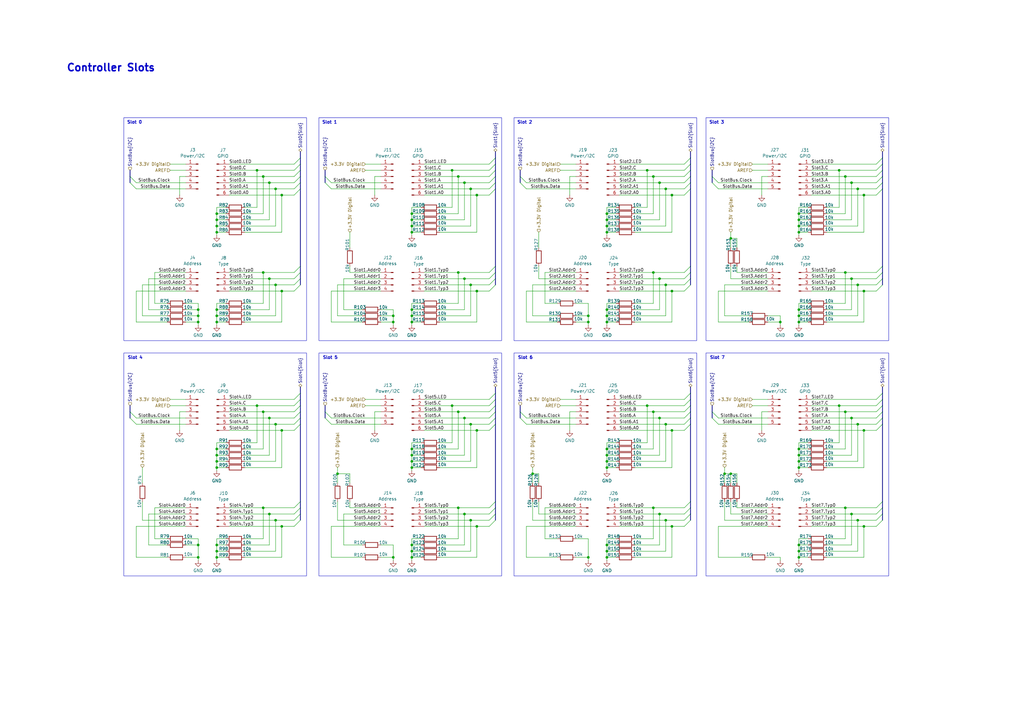
<source format=kicad_sch>
(kicad_sch (version 20250114) (generator "eeschema") (generator_version "9.0")
  (paper "A3")
  (title_block (title "Modular Music Controller / Sub-Board / Controller Slots") (date "2025-11-06") (rev "1") (company "Dennis Schulmeister-Zimolong"))
  (rectangle (start 50.8 144.78) (end 125.73 236.22))
  (rectangle (start 50.8 48.26) (end 125.73 139.7))
  (rectangle (start 289.56 48.26) (end 364.49 139.7))
  (rectangle (start 130.81 144.78) (end 205.74 236.22))
  (rectangle (start 210.82 48.26) (end 285.75 139.7))
  (rectangle (start 289.56 144.78) (end 364.49 236.22))
  (rectangle (start 130.81 48.26) (end 205.74 139.7))
  (rectangle (start 210.82 144.78) (end 285.75 236.22))
  (text "Slot 6" (at 212.344 146.05 0) (effects (font (size 1.27 1.27) (thickness 0.254) (bold yes)) (justify left top)))
  (text "Slot 0" (at 52.07 49.53 0) (effects (font (size 1.27 1.27) (thickness 0.254) (bold yes)) (justify left top)))
  (text "Slot 2" (at 212.09 49.53 0) (effects (font (size 1.27 1.27) (thickness 0.254) (bold yes)) (justify left top)))
  (text "Slot 4" (at 52.324 146.05 0) (effects (font (size 1.27 1.27) (thickness 0.254) (bold yes)) (justify left top)))
  (text "Controller Slots" (at 27.178 26.162 0) (effects (font (size 3 3) (thickness 0.6) (bold yes)) (justify left top)))
  (text "Slot 1" (at 132.08 49.53 0) (effects (font (size 1.27 1.27) (thickness 0.254) (bold yes)) (justify left top)))
  (text "Slot 3" (at 290.83 49.53 0) (effects (font (size 1.27 1.27) (thickness 0.254) (bold yes)) (justify left top)))
  (text "Slot 5" (at 132.334 146.05 0) (effects (font (size 1.27 1.27) (thickness 0.254) (bold yes)) (justify left top)))
  (text "Slot 7" (at 291.084 146.05 0) (effects (font (size 1.27 1.27) (thickness 0.254) (bold yes)) (justify left top)))
  (junction (at 113.03 116.84))
  (junction (at 138.43 194.31))
  (junction (at 270.51 171.45))
  (junction (at 113.03 213.36))
  (junction (at 161.29 129.54))
  (junction (at 187.96 168.91))
  (junction (at 187.96 72.39))
  (junction (at 275.59 80.01))
  (junction (at 88.9 186.69))
  (junction (at 195.58 215.9))
  (junction (at 88.9 228.6))
  (junction (at 270.51 74.93))
  (junction (at 193.04 77.47))
  (junction (at 110.49 210.82))
  (junction (at 248.92 127))
  (junction (at 354.33 215.9))
  (junction (at 88.9 95.25))
  (junction (at 88.9 226.06))
  (junction (at 267.97 72.39))
  (junction (at 327.66 90.17))
  (junction (at 168.91 184.15))
  (junction (at 354.33 176.53))
  (junction (at 299.72 97.79))
  (junction (at 168.91 132.08))
  (junction (at 270.51 210.82))
  (junction (at 81.28 132.08))
  (junction (at 193.04 213.36))
  (junction (at 349.25 210.82))
  (junction (at 88.9 191.77))
  (junction (at 273.05 173.99))
  (junction (at 190.5 210.82))
  (junction (at 88.9 129.54))
  (junction (at 88.9 184.15))
  (junction (at 351.79 173.99))
  (junction (at 193.04 116.84))
  (junction (at 81.28 223.52))
  (junction (at 88.9 189.23))
  (junction (at 248.92 223.52))
  (junction (at 110.49 171.45))
  (junction (at 88.9 127))
  (junction (at 351.79 116.84))
  (junction (at 168.91 95.25))
  (junction (at 248.92 90.17))
  (junction (at 88.9 90.17))
  (junction (at 81.28 129.54))
  (junction (at 195.58 119.38))
  (junction (at 168.91 189.23))
  (junction (at 344.17 69.85))
  (junction (at 265.43 166.37))
  (junction (at 168.91 228.6))
  (junction (at 275.59 176.53))
  (junction (at 327.66 132.08))
  (junction (at 168.91 90.17))
  (junction (at 241.3 228.6))
  (junction (at 297.18 194.31))
  (junction (at 190.5 74.93))
  (junction (at 107.95 72.39))
  (junction (at 187.96 111.76))
  (junction (at 168.91 186.69))
  (junction (at 190.5 171.45))
  (junction (at 193.04 173.99))
  (junction (at 327.66 226.06))
  (junction (at 267.97 208.28))
  (junction (at 327.66 223.52))
  (junction (at 349.25 74.93))
  (junction (at 168.91 127))
  (junction (at 195.58 80.01))
  (junction (at 248.92 186.69))
  (junction (at 273.05 77.47))
  (junction (at 346.71 111.76))
  (junction (at 88.9 87.63))
  (junction (at 327.66 95.25))
  (junction (at 248.92 228.6))
  (junction (at 275.59 119.38))
  (junction (at 115.57 176.53))
  (junction (at 113.03 77.47))
  (junction (at 351.79 213.36))
  (junction (at 273.05 213.36))
  (junction (at 346.71 168.91))
  (junction (at 327.66 228.6))
  (junction (at 105.41 166.37))
  (junction (at 354.33 80.01))
  (junction (at 168.91 129.54))
  (junction (at 275.59 215.9))
  (junction (at 88.9 92.71))
  (junction (at 168.91 92.71))
  (junction (at 190.5 114.3))
  (junction (at 273.05 116.84))
  (junction (at 248.92 87.63))
  (junction (at 241.3 132.08))
  (junction (at 107.95 168.91))
  (junction (at 241.3 129.54))
  (junction (at 248.92 129.54))
  (junction (at 168.91 223.52))
  (junction (at 161.29 228.6))
  (junction (at 218.44 194.31))
  (junction (at 327.66 129.54))
  (junction (at 265.43 69.85))
  (junction (at 81.28 127))
  (junction (at 161.29 132.08))
  (junction (at 349.25 114.3))
  (junction (at 81.28 228.6))
  (junction (at 88.9 132.08))
  (junction (at 115.57 215.9))
  (junction (at 88.9 223.52))
  (junction (at 248.92 226.06))
  (junction (at 327.66 186.69))
  (junction (at 185.42 166.37))
  (junction (at 327.66 189.23))
  (junction (at 327.66 184.15))
  (junction (at 115.57 119.38))
  (junction (at 115.57 80.01))
  (junction (at 248.92 95.25))
  (junction (at 354.33 119.38))
  (junction (at 168.91 191.77))
  (junction (at 107.95 111.76))
  (junction (at 344.17 166.37))
  (junction (at 107.95 208.28))
  (junction (at 105.41 69.85))
  (junction (at 270.51 114.3))
  (junction (at 327.66 191.77))
  (junction (at 320.04 132.08))
  (junction (at 168.91 87.63))
  (junction (at 349.25 171.45))
  (junction (at 248.92 191.77))
  (junction (at 113.03 173.99))
  (junction (at 248.92 184.15))
  (junction (at 267.97 168.91))
  (junction (at 299.72 194.31))
  (junction (at 327.66 92.71))
  (junction (at 267.97 111.76))
  (junction (at 195.58 176.53))
  (junction (at 351.79 77.47))
  (junction (at 327.66 87.63))
  (junction (at 168.91 226.06))
  (junction (at 187.96 208.28))
  (junction (at 185.42 69.85))
  (junction (at 346.71 208.28))
  (junction (at 327.66 127))
  (junction (at 110.49 74.93))
  (junction (at 346.71 72.39))
  (junction (at 248.92 189.23))
  (junction (at 110.49 114.3))
  (junction (at 248.92 132.08))
  (junction (at 248.92 92.71))
  (bus_entry (at 280.67 80.01) (size 2.54 -2.54))
  (bus_entry (at 120.65 80.01) (size 2.54 -2.54))
  (bus_entry (at 200.66 176.53) (size 2.54 -2.54))
  (bus_entry (at 200.66 163.83) (size 2.54 -2.54))
  (bus_entry (at 120.65 168.91) (size 2.54 -2.54))
  (bus_entry (at 120.65 210.82) (size 2.54 -2.54))
  (bus_entry (at 120.65 171.45) (size 2.54 -2.54))
  (bus_entry (at 213.36 74.93) (size 2.54 2.54))
  (bus_entry (at 280.67 163.83) (size 2.54 -2.54))
  (bus_entry (at 200.66 116.84) (size 2.54 -2.54))
  (bus_entry (at 280.67 213.36) (size 2.54 -2.54))
  (bus_entry (at 200.66 67.31) (size 2.54 -2.54))
  (bus_entry (at 200.66 208.28) (size 2.54 -2.54))
  (bus_entry (at 359.41 67.31) (size 2.54 -2.54))
  (bus_entry (at 200.66 114.3) (size 2.54 -2.54))
  (bus_entry (at 120.65 114.3) (size 2.54 -2.54))
  (bus_entry (at 120.65 77.47) (size 2.54 -2.54))
  (bus_entry (at 280.67 171.45) (size 2.54 -2.54))
  (bus_entry (at 120.65 119.38) (size 2.54 -2.54))
  (bus_entry (at 359.41 77.47) (size 2.54 -2.54))
  (bus_entry (at 292.1 74.93) (size 2.54 2.54))
  (bus_entry (at 200.66 171.45) (size 2.54 -2.54))
  (bus_entry (at 359.41 215.9) (size 2.54 -2.54))
  (bus_entry (at 359.41 119.38) (size 2.54 -2.54))
  (bus_entry (at 200.66 74.93) (size 2.54 -2.54))
  (bus_entry (at 292.1 171.45) (size 2.54 2.54))
  (bus_entry (at 359.41 168.91) (size 2.54 -2.54))
  (bus_entry (at 55.88 171.45) (size -2.54 -2.54))
  (bus_entry (at 280.67 210.82) (size 2.54 -2.54))
  (bus_entry (at 200.66 215.9) (size 2.54 -2.54))
  (bus_entry (at 280.67 111.76) (size 2.54 -2.54))
  (bus_entry (at 120.65 116.84) (size 2.54 -2.54))
  (bus_entry (at 280.67 72.39) (size 2.54 -2.54))
  (bus_entry (at 200.66 166.37) (size 2.54 -2.54))
  (bus_entry (at 215.9 74.93) (size -2.54 -2.54))
  (bus_entry (at 120.65 69.85) (size 2.54 -2.54))
  (bus_entry (at 359.41 69.85) (size 2.54 -2.54))
  (bus_entry (at 133.35 171.45) (size 2.54 2.54))
  (bus_entry (at 200.66 72.39) (size 2.54 -2.54))
  (bus_entry (at 359.41 176.53) (size 2.54 -2.54))
  (bus_entry (at 359.41 72.39) (size 2.54 -2.54))
  (bus_entry (at 359.41 173.99) (size 2.54 -2.54))
  (bus_entry (at 120.65 213.36) (size 2.54 -2.54))
  (bus_entry (at 280.67 176.53) (size 2.54 -2.54))
  (bus_entry (at 120.65 215.9) (size 2.54 -2.54))
  (bus_entry (at 280.67 173.99) (size 2.54 -2.54))
  (bus_entry (at 120.65 72.39) (size 2.54 -2.54))
  (bus_entry (at 359.41 111.76) (size 2.54 -2.54))
  (bus_entry (at 120.65 163.83) (size 2.54 -2.54))
  (bus_entry (at 359.41 80.01) (size 2.54 -2.54))
  (bus_entry (at 280.67 74.93) (size 2.54 -2.54))
  (bus_entry (at 55.88 74.93) (size -2.54 -2.54))
  (bus_entry (at 280.67 166.37) (size 2.54 -2.54))
  (bus_entry (at 135.89 171.45) (size -2.54 -2.54))
  (bus_entry (at 280.67 77.47) (size 2.54 -2.54))
  (bus_entry (at 359.41 208.28) (size 2.54 -2.54))
  (bus_entry (at 200.66 173.99) (size 2.54 -2.54))
  (bus_entry (at 280.67 69.85) (size 2.54 -2.54))
  (bus_entry (at 359.41 163.83) (size 2.54 -2.54))
  (bus_entry (at 120.65 176.53) (size 2.54 -2.54))
  (bus_entry (at 359.41 210.82) (size 2.54 -2.54))
  (bus_entry (at 213.36 171.45) (size 2.54 2.54))
  (bus_entry (at 359.41 116.84) (size 2.54 -2.54))
  (bus_entry (at 294.64 74.93) (size -2.54 -2.54))
  (bus_entry (at 280.67 119.38) (size 2.54 -2.54))
  (bus_entry (at 200.66 111.76) (size 2.54 -2.54))
  (bus_entry (at 280.67 114.3) (size 2.54 -2.54))
  (bus_entry (at 280.67 208.28) (size 2.54 -2.54))
  (bus_entry (at 200.66 168.91) (size 2.54 -2.54))
  (bus_entry (at 359.41 213.36) (size 2.54 -2.54))
  (bus_entry (at 280.67 116.84) (size 2.54 -2.54))
  (bus_entry (at 200.66 119.38) (size 2.54 -2.54))
  (bus_entry (at 359.41 171.45) (size 2.54 -2.54))
  (bus_entry (at 359.41 166.37) (size 2.54 -2.54))
  (bus_entry (at 120.65 111.76) (size 2.54 -2.54))
  (bus_entry (at 135.89 74.93) (size -2.54 -2.54))
  (bus_entry (at 294.64 171.45) (size -2.54 -2.54))
  (bus_entry (at 200.66 80.01) (size 2.54 -2.54))
  (bus_entry (at 53.34 74.93) (size 2.54 2.54))
  (bus_entry (at 280.67 67.31) (size 2.54 -2.54))
  (bus_entry (at 200.66 69.85) (size 2.54 -2.54))
  (bus_entry (at 280.67 215.9) (size 2.54 -2.54))
  (bus_entry (at 280.67 168.91) (size 2.54 -2.54))
  (bus_entry (at 120.65 67.31) (size 2.54 -2.54))
  (bus_entry (at 215.9 171.45) (size -2.54 -2.54))
  (bus_entry (at 53.34 171.45) (size 2.54 2.54))
  (bus_entry (at 133.35 74.93) (size 2.54 2.54))
  (bus_entry (at 200.66 77.47) (size 2.54 -2.54))
  (bus_entry (at 120.65 166.37) (size 2.54 -2.54))
  (bus_entry (at 120.65 208.28) (size 2.54 -2.54))
  (bus_entry (at 120.65 173.99) (size 2.54 -2.54))
  (bus_entry (at 359.41 74.93) (size 2.54 -2.54))
  (bus_entry (at 200.66 210.82) (size 2.54 -2.54))
  (bus_entry (at 120.65 74.93) (size 2.54 -2.54))
  (bus_entry (at 200.66 213.36) (size 2.54 -2.54))
  (bus_entry (at 359.41 114.3) (size 2.54 -2.54))
  (bus (pts (xy 213.36 69.85) (xy 213.36 72.39)))
  (wire (pts (xy 88.9 186.69) (xy 88.9 189.23)))
  (wire (pts (xy 254 80.01) (xy 275.59 80.01)))
  (wire (pts (xy 327.66 129.54) (xy 327.66 132.08)))
  (wire (pts (xy 55.88 74.93) (xy 76.2 74.93)))
  (wire (pts (xy 299.72 194.31) (xy 297.18 194.31)))
  (wire (pts (xy 58.42 191.77) (xy 58.42 198.12)))
  (wire (pts (xy 294.64 171.45) (xy 314.96 171.45)))
  (bus (pts (xy 53.34 166.37) (xy 53.34 168.91)))
  (wire (pts (xy 60.96 223.52) (xy 60.96 210.82)))
  (wire (pts (xy 190.5 74.93) (xy 200.66 74.93)))
  (wire (pts (xy 252.73 220.98) (xy 248.92 220.98)))
  (wire (pts (xy 254 119.38) (xy 275.59 119.38)))
  (wire (pts (xy 135.89 77.47) (xy 156.21 77.47)))
  (wire (pts (xy 215.9 77.47) (xy 236.22 77.47)))
  (bus (pts (xy 283.21 210.82) (xy 283.21 213.36)))
  (wire (pts (xy 260.35 87.63) (xy 267.97 87.63)))
  (wire (pts (xy 113.03 213.36) (xy 120.65 213.36)))
  (wire (pts (xy 331.47 220.98) (xy 327.66 220.98)))
  (wire (pts (xy 135.89 132.08) (xy 135.89 119.38)))
  (wire (pts (xy 351.79 116.84) (xy 351.79 129.54)))
  (wire (pts (xy 339.09 124.46) (xy 346.71 124.46)))
  (wire (pts (xy 88.9 226.06) (xy 88.9 228.6)))
  (wire (pts (xy 218.44 129.54) (xy 218.44 116.84)))
  (wire (pts (xy 346.71 124.46) (xy 346.71 111.76)))
  (bus (pts (xy 361.95 166.37) (xy 361.95 168.91)))
  (bus (pts (xy 361.95 171.45) (xy 361.95 173.99)))
  (wire (pts (xy 100.33 189.23) (xy 113.03 189.23)))
  (wire (pts (xy 270.51 74.93) (xy 280.67 74.93)))
  (wire (pts (xy 339.09 132.08) (xy 354.33 132.08)))
  (wire (pts (xy 220.98 95.25) (xy 220.98 101.6)))
  (wire (pts (xy 153.67 72.39) (xy 153.67 80.01)))
  (bus (pts (xy 53.34 72.39) (xy 53.34 74.93)))
  (wire (pts (xy 110.49 114.3) (xy 120.65 114.3)))
  (wire (pts (xy 302.26 97.79) (xy 299.72 97.79)))
  (wire (pts (xy 156.21 111.76) (xy 143.51 111.76)))
  (wire (pts (xy 270.51 210.82) (xy 280.67 210.82)))
  (wire (pts (xy 273.05 116.84) (xy 280.67 116.84)))
  (bus (pts (xy 123.19 111.76) (xy 123.19 114.3)))
  (wire (pts (xy 180.34 223.52) (xy 190.5 223.52)))
  (wire (pts (xy 297.18 205.74) (xy 297.18 213.36)))
  (wire (pts (xy 135.89 171.45) (xy 156.21 171.45)))
  (bus (pts (xy 203.2 163.83) (xy 203.2 166.37)))
  (wire (pts (xy 193.04 77.47) (xy 200.66 77.47)))
  (wire (pts (xy 187.96 220.98) (xy 187.96 208.28)))
  (wire (pts (xy 180.34 191.77) (xy 195.58 191.77)))
  (wire (pts (xy 248.92 226.06) (xy 252.73 226.06)))
  (wire (pts (xy 248.92 124.46) (xy 248.92 127)))
  (wire (pts (xy 228.6 228.6) (xy 215.9 228.6)))
  (wire (pts (xy 55.88 215.9) (xy 76.2 215.9)))
  (wire (pts (xy 327.66 186.69) (xy 331.47 186.69)))
  (wire (pts (xy 294.64 119.38) (xy 314.96 119.38)))
  (bus (pts (xy 203.2 208.28) (xy 203.2 210.82)))
  (bus (pts (xy 283.21 173.99) (xy 283.21 205.74)))
  (wire (pts (xy 92.71 124.46) (xy 88.9 124.46)))
  (wire (pts (xy 294.64 74.93) (xy 314.96 74.93)))
  (wire (pts (xy 138.43 213.36) (xy 156.21 213.36)))
  (bus (pts (xy 203.2 173.99) (xy 203.2 205.74)))
  (wire (pts (xy 135.89 119.38) (xy 156.21 119.38)))
  (wire (pts (xy 248.92 87.63) (xy 248.92 90.17)))
  (wire (pts (xy 110.49 210.82) (xy 110.49 223.52)))
  (wire (pts (xy 173.99 166.37) (xy 185.42 166.37)))
  (wire (pts (xy 327.66 223.52) (xy 331.47 223.52)))
  (wire (pts (xy 172.72 85.09) (xy 168.91 85.09)))
  (wire (pts (xy 88.9 85.09) (xy 88.9 87.63)))
  (wire (pts (xy 190.5 114.3) (xy 200.66 114.3)))
  (wire (pts (xy 254 111.76) (xy 267.97 111.76)))
  (wire (pts (xy 173.99 210.82) (xy 190.5 210.82)))
  (wire (pts (xy 327.66 220.98) (xy 327.66 223.52)))
  (wire (pts (xy 228.6 220.98) (xy 223.52 220.98)))
  (wire (pts (xy 69.85 67.31) (xy 76.2 67.31)))
  (wire (pts (xy 187.96 184.15) (xy 187.96 168.91)))
  (wire (pts (xy 180.34 85.09) (xy 185.42 85.09)))
  (wire (pts (xy 190.5 210.82) (xy 190.5 223.52)))
  (wire (pts (xy 297.18 198.12) (xy 297.18 194.31)))
  (wire (pts (xy 107.95 72.39) (xy 120.65 72.39)))
  (wire (pts (xy 172.72 132.08) (xy 168.91 132.08)))
  (bus (pts (xy 283.21 161.29) (xy 283.21 163.83)))
  (bus (pts (xy 123.19 163.83) (xy 123.19 166.37)))
  (wire (pts (xy 148.59 127) (xy 140.97 127)))
  (wire (pts (xy 115.57 215.9) (xy 115.57 228.6)))
  (wire (pts (xy 275.59 119.38) (xy 280.67 119.38)))
  (wire (pts (xy 307.34 228.6) (xy 294.64 228.6)))
  (wire (pts (xy 332.74 116.84) (xy 351.79 116.84)))
  (bus (pts (xy 361.95 210.82) (xy 361.95 213.36)))
  (wire (pts (xy 254 173.99) (xy 273.05 173.99)))
  (wire (pts (xy 168.91 228.6) (xy 168.91 229.87)))
  (wire (pts (xy 320.04 132.08) (xy 320.04 133.35)))
  (wire (pts (xy 248.92 184.15) (xy 248.92 186.69)))
  (wire (pts (xy 215.9 215.9) (xy 236.22 215.9)))
  (wire (pts (xy 135.89 228.6) (xy 135.89 215.9)))
  (bus (pts (xy 123.19 171.45) (xy 123.19 173.99)))
  (wire (pts (xy 332.74 80.01) (xy 354.33 80.01)))
  (wire (pts (xy 115.57 119.38) (xy 120.65 119.38)))
  (wire (pts (xy 270.51 90.17) (xy 270.51 74.93)))
  (wire (pts (xy 168.91 127) (xy 172.72 127)))
  (wire (pts (xy 351.79 213.36) (xy 351.79 226.06)))
  (bus (pts (xy 283.21 111.76) (xy 283.21 114.3)))
  (wire (pts (xy 236.22 228.6) (xy 241.3 228.6)))
  (bus (pts (xy 123.19 168.91) (xy 123.19 171.45)))
  (wire (pts (xy 299.72 205.74) (xy 299.72 210.82)))
  (wire (pts (xy 215.9 173.99) (xy 236.22 173.99)))
  (wire (pts (xy 105.41 69.85) (xy 120.65 69.85)))
  (wire (pts (xy 273.05 92.71) (xy 273.05 77.47)))
  (wire (pts (xy 220.98 198.12) (xy 220.98 194.31)))
  (bus (pts (xy 283.21 158.75) (xy 283.21 161.29)))
  (wire (pts (xy 349.25 186.69) (xy 349.25 171.45)))
  (wire (pts (xy 346.71 111.76) (xy 359.41 111.76)))
  (wire (pts (xy 88.9 132.08) (xy 88.9 133.35)))
  (wire (pts (xy 173.99 163.83) (xy 200.66 163.83)))
  (wire (pts (xy 308.61 163.83) (xy 314.96 163.83)))
  (wire (pts (xy 88.9 191.77) (xy 92.71 191.77)))
  (wire (pts (xy 294.64 215.9) (xy 314.96 215.9)))
  (wire (pts (xy 332.74 213.36) (xy 351.79 213.36)))
  (wire (pts (xy 185.42 69.85) (xy 200.66 69.85)))
  (bus (pts (xy 283.21 72.39) (xy 283.21 74.93)))
  (bus (pts (xy 361.95 74.93) (xy 361.95 77.47)))
  (wire (pts (xy 254 114.3) (xy 270.51 114.3)))
  (wire (pts (xy 93.98 171.45) (xy 110.49 171.45)))
  (wire (pts (xy 55.88 228.6) (xy 55.88 215.9)))
  (wire (pts (xy 88.9 223.52) (xy 92.71 223.52)))
  (bus (pts (xy 123.19 208.28) (xy 123.19 210.82)))
  (wire (pts (xy 332.74 74.93) (xy 349.25 74.93)))
  (bus (pts (xy 203.2 168.91) (xy 203.2 171.45)))
  (wire (pts (xy 327.66 191.77) (xy 327.66 193.04)))
  (wire (pts (xy 236.22 124.46) (xy 241.3 124.46)))
  (wire (pts (xy 327.66 186.69) (xy 327.66 189.23)))
  (wire (pts (xy 93.98 111.76) (xy 107.95 111.76)))
  (wire (pts (xy 93.98 168.91) (xy 107.95 168.91)))
  (bus (pts (xy 123.19 109.22) (xy 123.19 111.76)))
  (bus (pts (xy 283.21 208.28) (xy 283.21 210.82)))
  (wire (pts (xy 193.04 92.71) (xy 193.04 77.47)))
  (wire (pts (xy 327.66 132.08) (xy 327.66 133.35)))
  (wire (pts (xy 349.25 171.45) (xy 359.41 171.45)))
  (wire (pts (xy 93.98 166.37) (xy 105.41 166.37)))
  (wire (pts (xy 254 176.53) (xy 275.59 176.53)))
  (bus (pts (xy 361.95 111.76) (xy 361.95 114.3)))
  (bus (pts (xy 361.95 163.83) (xy 361.95 166.37)))
  (wire (pts (xy 339.09 186.69) (xy 349.25 186.69)))
  (wire (pts (xy 168.91 186.69) (xy 172.72 186.69)))
  (wire (pts (xy 252.73 92.71) (xy 248.92 92.71)))
  (wire (pts (xy 275.59 215.9) (xy 280.67 215.9)))
  (wire (pts (xy 241.3 220.98) (xy 241.3 228.6)))
  (wire (pts (xy 254 69.85) (xy 265.43 69.85)))
  (wire (pts (xy 100.33 87.63) (xy 107.95 87.63)))
  (wire (pts (xy 55.88 173.99) (xy 76.2 173.99)))
  (bus (pts (xy 283.21 109.22) (xy 283.21 111.76)))
  (wire (pts (xy 173.99 72.39) (xy 187.96 72.39)))
  (wire (pts (xy 92.71 228.6) (xy 88.9 228.6)))
  (wire (pts (xy 260.35 92.71) (xy 273.05 92.71)))
  (bus (pts (xy 283.21 64.77) (xy 283.21 67.31)))
  (wire (pts (xy 172.72 228.6) (xy 168.91 228.6)))
  (wire (pts (xy 327.66 124.46) (xy 327.66 127)))
  (bus (pts (xy 213.36 168.91) (xy 213.36 171.45)))
  (bus (pts (xy 283.21 62.23) (xy 283.21 64.77)))
  (wire (pts (xy 110.49 210.82) (xy 120.65 210.82)))
  (wire (pts (xy 223.52 208.28) (xy 236.22 208.28)))
  (wire (pts (xy 149.86 67.31) (xy 156.21 67.31)))
  (bus (pts (xy 361.95 72.39) (xy 361.95 74.93)))
  (wire (pts (xy 332.74 168.91) (xy 346.71 168.91)))
  (wire (pts (xy 180.34 189.23) (xy 193.04 189.23)))
  (wire (pts (xy 100.33 181.61) (xy 105.41 181.61)))
  (wire (pts (xy 302.26 194.31) (xy 299.72 194.31)))
  (bus (pts (xy 361.95 205.74) (xy 361.95 208.28)))
  (wire (pts (xy 215.9 228.6) (xy 215.9 215.9)))
  (wire (pts (xy 327.66 129.54) (xy 331.47 129.54)))
  (wire (pts (xy 248.92 228.6) (xy 248.92 229.87)))
  (wire (pts (xy 270.51 114.3) (xy 280.67 114.3)))
  (wire (pts (xy 173.99 69.85) (xy 185.42 69.85)))
  (wire (pts (xy 100.33 129.54) (xy 113.03 129.54)))
  (wire (pts (xy 93.98 116.84) (xy 113.03 116.84)))
  (wire (pts (xy 185.42 166.37) (xy 200.66 166.37)))
  (wire (pts (xy 195.58 191.77) (xy 195.58 176.53)))
  (wire (pts (xy 115.57 119.38) (xy 115.57 132.08)))
  (wire (pts (xy 195.58 80.01) (xy 200.66 80.01)))
  (bus (pts (xy 361.95 158.75) (xy 361.95 161.29)))
  (wire (pts (xy 267.97 168.91) (xy 280.67 168.91)))
  (wire (pts (xy 339.09 226.06) (xy 351.79 226.06)))
  (wire (pts (xy 143.51 205.74) (xy 143.51 208.28)))
  (wire (pts (xy 260.35 226.06) (xy 273.05 226.06)))
  (wire (pts (xy 172.72 220.98) (xy 168.91 220.98)))
  (wire (pts (xy 58.42 205.74) (xy 58.42 213.36)))
  (wire (pts (xy 115.57 95.25) (xy 115.57 80.01)))
  (wire (pts (xy 307.34 129.54) (xy 297.18 129.54)))
  (wire (pts (xy 68.58 127) (xy 60.96 127)))
  (wire (pts (xy 312.42 168.91) (xy 312.42 176.53)))
  (wire (pts (xy 267.97 184.15) (xy 267.97 168.91)))
  (wire (pts (xy 236.22 72.39) (xy 233.68 72.39)))
  (wire (pts (xy 248.92 189.23) (xy 248.92 191.77)))
  (wire (pts (xy 273.05 77.47) (xy 280.67 77.47)))
  (wire (pts (xy 344.17 166.37) (xy 359.41 166.37)))
  (wire (pts (xy 168.91 184.15) (xy 168.91 186.69)))
  (wire (pts (xy 346.71 72.39) (xy 359.41 72.39)))
  (wire (pts (xy 346.71 220.98) (xy 346.71 208.28)))
  (wire (pts (xy 168.91 90.17) (xy 168.91 92.71)))
  (wire (pts (xy 81.28 127) (xy 81.28 129.54)))
  (wire (pts (xy 149.86 166.37) (xy 156.21 166.37)))
  (bus (pts (xy 203.2 166.37) (xy 203.2 168.91)))
  (wire (pts (xy 172.72 189.23) (xy 168.91 189.23)))
  (wire (pts (xy 113.03 189.23) (xy 113.03 173.99)))
  (wire (pts (xy 113.03 77.47) (xy 120.65 77.47)))
  (wire (pts (xy 63.5 111.76) (xy 76.2 111.76)))
  (wire (pts (xy 93.98 69.85) (xy 105.41 69.85)))
  (wire (pts (xy 168.91 220.98) (xy 168.91 223.52)))
  (wire (pts (xy 260.35 132.08) (xy 275.59 132.08)))
  (wire (pts (xy 273.05 213.36) (xy 273.05 226.06)))
  (wire (pts (xy 148.59 228.6) (xy 135.89 228.6)))
  (bus (pts (xy 123.19 69.85) (xy 123.19 72.39)))
  (wire (pts (xy 248.92 132.08) (xy 248.92 133.35)))
  (wire (pts (xy 275.59 119.38) (xy 275.59 132.08)))
  (wire (pts (xy 138.43 205.74) (xy 138.43 213.36)))
  (bus (pts (xy 123.19 161.29) (xy 123.19 163.83)))
  (wire (pts (xy 220.98 194.31) (xy 218.44 194.31)))
  (wire (pts (xy 327.66 191.77) (xy 331.47 191.77)))
  (wire (pts (xy 267.97 208.28) (xy 267.97 220.98)))
  (wire (pts (xy 68.58 223.52) (xy 60.96 223.52)))
  (wire (pts (xy 88.9 127) (xy 88.9 129.54)))
  (wire (pts (xy 100.33 132.08) (xy 115.57 132.08)))
  (wire (pts (xy 81.28 223.52) (xy 81.28 228.6)))
  (wire (pts (xy 168.91 124.46) (xy 168.91 127)))
  (wire (pts (xy 346.71 184.15) (xy 346.71 168.91)))
  (wire (pts (xy 349.25 114.3) (xy 359.41 114.3)))
  (wire (pts (xy 168.91 132.08) (xy 168.91 133.35)))
  (wire (pts (xy 354.33 176.53) (xy 359.41 176.53)))
  (wire (pts (xy 180.34 220.98) (xy 187.96 220.98)))
  (wire (pts (xy 254 116.84) (xy 273.05 116.84)))
  (bus (pts (xy 203.2 109.22) (xy 203.2 111.76)))
  (wire (pts (xy 327.66 127) (xy 331.47 127)))
  (wire (pts (xy 88.9 191.77) (xy 88.9 193.04)))
  (wire (pts (xy 107.95 111.76) (xy 120.65 111.76)))
  (wire (pts (xy 193.04 173.99) (xy 200.66 173.99)))
  (wire (pts (xy 344.17 69.85) (xy 359.41 69.85)))
  (wire (pts (xy 327.66 90.17) (xy 331.47 90.17)))
  (wire (pts (xy 180.34 87.63) (xy 187.96 87.63)))
  (bus (pts (xy 203.2 111.76) (xy 203.2 114.3)))
  (bus (pts (xy 292.1 72.39) (xy 292.1 74.93)))
  (wire (pts (xy 58.42 129.54) (xy 58.42 116.84)))
  (wire (pts (xy 267.97 124.46) (xy 267.97 111.76)))
  (wire (pts (xy 339.09 189.23) (xy 351.79 189.23)))
  (wire (pts (xy 270.51 210.82) (xy 270.51 223.52)))
  (wire (pts (xy 354.33 80.01) (xy 359.41 80.01)))
  (wire (pts (xy 248.92 90.17) (xy 252.73 90.17)))
  (wire (pts (xy 193.04 116.84) (xy 200.66 116.84)))
  (wire (pts (xy 135.89 215.9) (xy 156.21 215.9)))
  (wire (pts (xy 331.47 189.23) (xy 327.66 189.23)))
  (wire (pts (xy 327.66 181.61) (xy 327.66 184.15)))
  (wire (pts (xy 302.26 111.76) (xy 302.26 109.22)))
  (wire (pts (xy 100.33 223.52) (xy 110.49 223.52)))
  (wire (pts (xy 180.34 132.08) (xy 195.58 132.08)))
  (wire (pts (xy 248.92 85.09) (xy 248.92 87.63)))
  (wire (pts (xy 88.9 220.98) (xy 88.9 223.52)))
  (wire (pts (xy 327.66 90.17) (xy 327.66 92.71)))
  (wire (pts (xy 260.35 95.25) (xy 275.59 95.25)))
  (wire (pts (xy 354.33 191.77) (xy 354.33 176.53)))
  (bus (pts (xy 213.36 72.39) (xy 213.36 74.93)))
  (wire (pts (xy 180.34 127) (xy 190.5 127)))
  (wire (pts (xy 260.35 127) (xy 270.51 127)))
  (wire (pts (xy 161.29 127) (xy 161.29 129.54)))
  (wire (pts (xy 308.61 69.85) (xy 314.96 69.85)))
  (wire (pts (xy 168.91 129.54) (xy 172.72 129.54)))
  (wire (pts (xy 138.43 194.31) (xy 143.51 194.31)))
  (wire (pts (xy 93.98 77.47) (xy 113.03 77.47)))
  (wire (pts (xy 302.26 208.28) (xy 314.96 208.28)))
  (bus (pts (xy 283.21 171.45) (xy 283.21 173.99)))
  (wire (pts (xy 195.58 119.38) (xy 195.58 132.08)))
  (wire (pts (xy 346.71 208.28) (xy 359.41 208.28)))
  (wire (pts (xy 88.9 129.54) (xy 92.71 129.54)))
  (bus (pts (xy 213.36 166.37) (xy 213.36 168.91)))
  (wire (pts (xy 156.21 129.54) (xy 161.29 129.54)))
  (wire (pts (xy 168.91 191.77) (xy 168.91 193.04)))
  (wire (pts (xy 314.96 114.3) (xy 299.72 114.3)))
  (wire (pts (xy 100.33 124.46) (xy 107.95 124.46)))
  (wire (pts (xy 113.03 116.84) (xy 120.65 116.84)))
  (wire (pts (xy 260.35 189.23) (xy 273.05 189.23)))
  (wire (pts (xy 93.98 210.82) (xy 110.49 210.82)))
  (wire (pts (xy 260.35 181.61) (xy 265.43 181.61)))
  (wire (pts (xy 254 163.83) (xy 280.67 163.83)))
  (wire (pts (xy 148.59 129.54) (xy 138.43 129.54)))
  (wire (pts (xy 215.9 119.38) (xy 236.22 119.38)))
  (wire (pts (xy 161.29 129.54) (xy 161.29 132.08)))
  (wire (pts (xy 344.17 181.61) (xy 344.17 166.37)))
  (wire (pts (xy 173.99 215.9) (xy 195.58 215.9)))
  (wire (pts (xy 193.04 213.36) (xy 193.04 226.06)))
  (wire (pts (xy 107.95 168.91) (xy 120.65 168.91)))
  (wire (pts (xy 173.99 77.47) (xy 193.04 77.47)))
  (wire (pts (xy 195.58 215.9) (xy 195.58 228.6)))
  (wire (pts (xy 173.99 111.76) (xy 187.96 111.76)))
  (bus (pts (xy 283.21 77.47) (xy 283.21 109.22)))
  (wire (pts (xy 260.35 184.15) (xy 267.97 184.15)))
  (wire (pts (xy 332.74 72.39) (xy 346.71 72.39)))
  (wire (pts (xy 100.33 95.25) (xy 115.57 95.25)))
  (wire (pts (xy 351.79 173.99) (xy 359.41 173.99)))
  (wire (pts (xy 275.59 95.25) (xy 275.59 80.01)))
  (wire (pts (xy 60.96 127) (xy 60.96 114.3)))
  (wire (pts (xy 275.59 176.53) (xy 280.67 176.53)))
  (wire (pts (xy 73.66 72.39) (xy 73.66 80.01)))
  (bus (pts (xy 361.95 173.99) (xy 361.95 205.74)))
  (wire (pts (xy 88.9 181.61) (xy 88.9 184.15)))
  (wire (pts (xy 327.66 95.25) (xy 331.47 95.25)))
  (wire (pts (xy 332.74 67.31) (xy 359.41 67.31)))
  (wire (pts (xy 248.92 129.54) (xy 248.92 132.08)))
  (wire (pts (xy 88.9 90.17) (xy 88.9 92.71)))
  (wire (pts (xy 327.66 127) (xy 327.66 129.54)))
  (wire (pts (xy 156.21 223.52) (xy 161.29 223.52)))
  (wire (pts (xy 105.41 166.37) (xy 120.65 166.37)))
  (wire (pts (xy 265.43 85.09) (xy 265.43 69.85)))
  (wire (pts (xy 168.91 181.61) (xy 168.91 184.15)))
  (wire (pts (xy 113.03 173.99) (xy 120.65 173.99)))
  (wire (pts (xy 140.97 210.82) (xy 156.21 210.82)))
  (wire (pts (xy 93.98 173.99) (xy 113.03 173.99)))
  (wire (pts (xy 327.66 87.63) (xy 327.66 90.17)))
  (wire (pts (xy 307.34 132.08) (xy 294.64 132.08)))
  (wire (pts (xy 260.35 129.54) (xy 273.05 129.54)))
  (wire (pts (xy 153.67 168.91) (xy 153.67 176.53)))
  (wire (pts (xy 180.34 226.06) (xy 193.04 226.06)))
  (bus (pts (xy 133.35 168.91) (xy 133.35 171.45)))
  (wire (pts (xy 339.09 220.98) (xy 346.71 220.98)))
  (bus (pts (xy 292.1 69.85) (xy 292.1 72.39)))
  (wire (pts (xy 81.28 129.54) (xy 81.28 132.08)))
  (wire (pts (xy 254 168.91) (xy 267.97 168.91)))
  (wire (pts (xy 308.61 67.31) (xy 314.96 67.31)))
  (wire (pts (xy 173.99 119.38) (xy 195.58 119.38)))
  (wire (pts (xy 156.21 168.91) (xy 153.67 168.91)))
  (wire (pts (xy 93.98 80.01) (xy 115.57 80.01)))
  (wire (pts (xy 248.92 87.63) (xy 252.73 87.63)))
  (wire (pts (xy 161.29 132.08) (xy 161.29 133.35)))
  (wire (pts (xy 140.97 223.52) (xy 140.97 210.82)))
  (bus (pts (xy 53.34 69.85) (xy 53.34 72.39)))
  (wire (pts (xy 113.03 213.36) (xy 113.03 226.06)))
  (wire (pts (xy 349.25 210.82) (xy 349.25 223.52)))
  (wire (pts (xy 327.66 87.63) (xy 331.47 87.63)))
  (wire (pts (xy 107.95 184.15) (xy 107.95 168.91)))
  (bus (pts (xy 133.35 166.37) (xy 133.35 168.91)))
  (wire (pts (xy 248.92 127) (xy 252.73 127)))
  (wire (pts (xy 55.88 171.45) (xy 76.2 171.45)))
  (wire (pts (xy 88.9 95.25) (xy 92.71 95.25)))
  (wire (pts (xy 100.33 184.15) (xy 107.95 184.15)))
  (wire (pts (xy 254 213.36) (xy 273.05 213.36)))
  (wire (pts (xy 302.26 205.74) (xy 302.26 208.28)))
  (wire (pts (xy 110.49 74.93) (xy 120.65 74.93)))
  (wire (pts (xy 354.33 95.25) (xy 354.33 80.01)))
  (wire (pts (xy 185.42 181.61) (xy 185.42 166.37)))
  (wire (pts (xy 63.5 220.98) (xy 63.5 208.28)))
  (wire (pts (xy 92.71 220.98) (xy 88.9 220.98)))
  (wire (pts (xy 327.66 223.52) (xy 327.66 226.06)))
  (wire (pts (xy 76.2 127) (xy 81.28 127)))
  (wire (pts (xy 254 67.31) (xy 280.67 67.31)))
  (wire (pts (xy 302.26 101.6) (xy 302.26 97.79)))
  (wire (pts (xy 100.33 226.06) (xy 113.03 226.06)))
  (wire (pts (xy 73.66 168.91) (xy 73.66 176.53)))
  (wire (pts (xy 254 171.45) (xy 270.51 171.45)))
  (wire (pts (xy 173.99 208.28) (xy 187.96 208.28)))
  (bus (pts (xy 283.21 69.85) (xy 283.21 72.39)))
  (wire (pts (xy 332.74 166.37) (xy 344.17 166.37)))
  (wire (pts (xy 275.59 80.01) (xy 280.67 80.01)))
  (wire (pts (xy 228.6 132.08) (xy 215.9 132.08)))
  (wire (pts (xy 180.34 129.54) (xy 193.04 129.54)))
  (wire (pts (xy 327.66 228.6) (xy 327.66 229.87)))
  (wire (pts (xy 314.96 72.39) (xy 312.42 72.39)))
  (bus (pts (xy 123.19 205.74) (xy 123.19 208.28)))
  (wire (pts (xy 168.91 90.17) (xy 172.72 90.17)))
  (bus (pts (xy 203.2 205.74) (xy 203.2 208.28)))
  (bus (pts (xy 203.2 171.45) (xy 203.2 173.99)))
  (wire (pts (xy 60.96 210.82) (xy 76.2 210.82)))
  (wire (pts (xy 168.91 186.69) (xy 168.91 189.23)))
  (wire (pts (xy 88.9 129.54) (xy 88.9 132.08)))
  (bus (pts (xy 203.2 114.3) (xy 203.2 116.84)))
  (wire (pts (xy 327.66 92.71) (xy 327.66 95.25)))
  (wire (pts (xy 220.98 114.3) (xy 236.22 114.3)))
  (wire (pts (xy 294.64 228.6) (xy 294.64 215.9)))
  (wire (pts (xy 88.9 127) (xy 92.71 127)))
  (wire (pts (xy 173.99 168.91) (xy 187.96 168.91)))
  (wire (pts (xy 88.9 186.69) (xy 92.71 186.69)))
  (wire (pts (xy 260.35 228.6) (xy 275.59 228.6)))
  (wire (pts (xy 220.98 109.22) (xy 220.98 114.3)))
  (wire (pts (xy 223.52 220.98) (xy 223.52 208.28)))
  (wire (pts (xy 332.74 176.53) (xy 354.33 176.53)))
  (wire (pts (xy 81.28 132.08) (xy 81.28 133.35)))
  (wire (pts (xy 331.47 181.61) (xy 327.66 181.61)))
  (wire (pts (xy 297.18 129.54) (xy 297.18 116.84)))
  (wire (pts (xy 248.92 226.06) (xy 248.92 228.6)))
  (wire (pts (xy 156.21 72.39) (xy 153.67 72.39)))
  (bus (pts (xy 361.95 161.29) (xy 361.95 163.83)))
  (wire (pts (xy 195.58 215.9) (xy 200.66 215.9)))
  (wire (pts (xy 88.9 228.6) (xy 88.9 229.87)))
  (wire (pts (xy 248.92 186.69) (xy 248.92 189.23)))
  (wire (pts (xy 218.44 191.77) (xy 218.44 194.31)))
  (wire (pts (xy 299.72 114.3) (xy 299.72 109.22)))
  (wire (pts (xy 173.99 171.45) (xy 190.5 171.45)))
  (wire (pts (xy 93.98 213.36) (xy 113.03 213.36)))
  (wire (pts (xy 187.96 168.91) (xy 200.66 168.91)))
  (wire (pts (xy 93.98 119.38) (xy 115.57 119.38)))
  (wire (pts (xy 88.9 184.15) (xy 92.71 184.15)))
  (wire (pts (xy 113.03 116.84) (xy 113.03 129.54)))
  (wire (pts (xy 248.92 92.71) (xy 248.92 95.25)))
  (wire (pts (xy 349.25 210.82) (xy 359.41 210.82)))
  (wire (pts (xy 267.97 111.76) (xy 280.67 111.76)))
  (wire (pts (xy 55.88 132.08) (xy 55.88 119.38)))
  (wire (pts (xy 254 215.9) (xy 275.59 215.9)))
  (wire (pts (xy 140.97 114.3) (xy 156.21 114.3)))
  (wire (pts (xy 88.9 87.63) (xy 92.71 87.63)))
  (wire (pts (xy 58.42 213.36) (xy 76.2 213.36)))
  (wire (pts (xy 58.42 116.84) (xy 76.2 116.84)))
  (wire (pts (xy 92.71 189.23) (xy 88.9 189.23)))
  (wire (pts (xy 168.91 129.54) (xy 168.91 132.08)))
  (wire (pts (xy 339.09 191.77) (xy 354.33 191.77)))
  (wire (pts (xy 81.28 220.98) (xy 81.28 223.52)))
  (bus (pts (xy 203.2 77.47) (xy 203.2 109.22)))
  (wire (pts (xy 180.34 184.15) (xy 187.96 184.15)))
  (wire (pts (xy 332.74 111.76) (xy 346.71 111.76)))
  (bus (pts (xy 292.1 166.37) (xy 292.1 168.91)))
  (wire (pts (xy 218.44 213.36) (xy 236.22 213.36)))
  (wire (pts (xy 168.91 127) (xy 168.91 129.54)))
  (wire (pts (xy 193.04 189.23) (xy 193.04 173.99)))
  (wire (pts (xy 241.3 124.46) (xy 241.3 129.54)))
  (wire (pts (xy 187.96 72.39) (xy 200.66 72.39)))
  (bus (pts (xy 203.2 67.31) (xy 203.2 69.85)))
  (bus (pts (xy 203.2 69.85) (xy 203.2 72.39)))
  (wire (pts (xy 135.89 173.99) (xy 156.21 173.99)))
  (bus (pts (xy 133.35 69.85) (xy 133.35 72.39)))
  (wire (pts (xy 92.71 92.71) (xy 88.9 92.71)))
  (bus (pts (xy 283.21 163.83) (xy 283.21 166.37)))
  (wire (pts (xy 180.34 95.25) (xy 195.58 95.25)))
  (wire (pts (xy 229.87 166.37) (xy 236.22 166.37)))
  (wire (pts (xy 339.09 85.09) (xy 344.17 85.09)))
  (wire (pts (xy 168.91 92.71) (xy 168.91 95.25)))
  (wire (pts (xy 215.9 171.45) (xy 236.22 171.45)))
  (wire (pts (xy 63.5 208.28) (xy 76.2 208.28)))
  (wire (pts (xy 267.97 208.28) (xy 280.67 208.28)))
  (bus (pts (xy 283.21 168.91) (xy 283.21 171.45)))
  (wire (pts (xy 173.99 67.31) (xy 200.66 67.31)))
  (wire (pts (xy 354.33 215.9) (xy 354.33 228.6)))
  (wire (pts (xy 76.2 220.98) (xy 81.28 220.98)))
  (wire (pts (xy 299.72 95.25) (xy 299.72 97.79)))
  (wire (pts (xy 81.28 124.46) (xy 81.28 127)))
  (wire (pts (xy 218.44 116.84) (xy 236.22 116.84)))
  (wire (pts (xy 115.57 80.01) (xy 120.65 80.01)))
  (wire (pts (xy 168.91 191.77) (xy 172.72 191.77)))
  (wire (pts (xy 93.98 208.28) (xy 107.95 208.28)))
  (wire (pts (xy 241.3 129.54) (xy 241.3 132.08)))
  (wire (pts (xy 168.91 226.06) (xy 168.91 228.6)))
  (wire (pts (xy 248.92 223.52) (xy 248.92 226.06)))
  (wire (pts (xy 327.66 226.06) (xy 331.47 226.06)))
  (wire (pts (xy 270.51 171.45) (xy 280.67 171.45)))
  (wire (pts (xy 252.73 189.23) (xy 248.92 189.23)))
  (wire (pts (xy 168.91 223.52) (xy 168.91 226.06)))
  (bus (pts (xy 283.21 166.37) (xy 283.21 168.91)))
  (wire (pts (xy 161.29 228.6) (xy 161.29 229.87)))
  (wire (pts (xy 69.85 163.83) (xy 76.2 163.83)))
  (wire (pts (xy 299.72 210.82) (xy 314.96 210.82)))
  (wire (pts (xy 346.71 87.63) (xy 346.71 72.39)))
  (wire (pts (xy 351.79 189.23) (xy 351.79 173.99)))
  (wire (pts (xy 223.52 124.46) (xy 223.52 111.76)))
  (wire (pts (xy 76.2 168.91) (xy 73.66 168.91)))
  (wire (pts (xy 168.91 85.09) (xy 168.91 87.63)))
  (wire (pts (xy 168.91 226.06) (xy 172.72 226.06)))
  (wire (pts (xy 241.3 132.08) (xy 241.3 133.35)))
  (wire (pts (xy 332.74 171.45) (xy 349.25 171.45)))
  (wire (pts (xy 168.91 223.52) (xy 172.72 223.52)))
  (wire (pts (xy 236.22 129.54) (xy 241.3 129.54)))
  (wire (pts (xy 267.97 72.39) (xy 280.67 72.39)))
  (wire (pts (xy 143.51 198.12) (xy 143.51 194.31)))
  (wire (pts (xy 254 166.37) (xy 265.43 166.37)))
  (wire (pts (xy 254 74.93) (xy 270.51 74.93)))
  (wire (pts (xy 88.9 90.17) (xy 92.71 90.17)))
  (wire (pts (xy 193.04 213.36) (xy 200.66 213.36)))
  (wire (pts (xy 161.29 223.52) (xy 161.29 228.6)))
  (wire (pts (xy 93.98 176.53) (xy 115.57 176.53)))
  (wire (pts (xy 180.34 186.69) (xy 190.5 186.69)))
  (wire (pts (xy 252.73 85.09) (xy 248.92 85.09)))
  (wire (pts (xy 172.72 124.46) (xy 168.91 124.46)))
  (wire (pts (xy 349.25 90.17) (xy 349.25 74.93)))
  (bus (pts (xy 361.95 67.31) (xy 361.95 69.85)))
  (wire (pts (xy 260.35 85.09) (xy 265.43 85.09)))
  (wire (pts (xy 173.99 74.93) (xy 190.5 74.93)))
  (wire (pts (xy 312.42 72.39) (xy 312.42 80.01)))
  (wire (pts (xy 354.33 215.9) (xy 359.41 215.9)))
  (wire (pts (xy 320.04 129.54) (xy 320.04 132.08)))
  (wire (pts (xy 110.49 114.3) (xy 110.49 127)))
  (wire (pts (xy 349.25 114.3) (xy 349.25 127)))
  (wire (pts (xy 327.66 226.06) (xy 327.66 228.6)))
  (bus (pts (xy 361.95 62.23) (xy 361.95 64.77)))
  (wire (pts (xy 156.21 228.6) (xy 161.29 228.6)))
  (wire (pts (xy 187.96 111.76) (xy 200.66 111.76)))
  (wire (pts (xy 331.47 85.09) (xy 327.66 85.09)))
  (wire (pts (xy 138.43 198.12) (xy 138.43 194.31)))
  (wire (pts (xy 332.74 69.85) (xy 344.17 69.85)))
  (wire (pts (xy 229.87 67.31) (xy 236.22 67.31)))
  (wire (pts (xy 327.66 184.15) (xy 327.66 186.69)))
  (wire (pts (xy 143.51 111.76) (xy 143.51 109.22)))
  (wire (pts (xy 105.41 181.61) (xy 105.41 166.37)))
  (wire (pts (xy 69.85 69.85) (xy 76.2 69.85)))
  (wire (pts (xy 273.05 116.84) (xy 273.05 129.54)))
  (bus (pts (xy 123.19 67.31) (xy 123.19 69.85)))
  (bus (pts (xy 283.21 74.93) (xy 283.21 77.47)))
  (wire (pts (xy 190.5 90.17) (xy 190.5 74.93)))
  (wire (pts (xy 149.86 69.85) (xy 156.21 69.85)))
  (wire (pts (xy 339.09 127) (xy 349.25 127)))
  (wire (pts (xy 351.79 77.47) (xy 359.41 77.47)))
  (wire (pts (xy 339.09 228.6) (xy 354.33 228.6)))
  (wire (pts (xy 100.33 228.6) (xy 115.57 228.6)))
  (bus (pts (xy 123.19 62.23) (xy 123.19 64.77)))
  (wire (pts (xy 88.9 223.52) (xy 88.9 226.06)))
  (wire (pts (xy 314.96 168.91) (xy 312.42 168.91)))
  (wire (pts (xy 228.6 129.54) (xy 218.44 129.54)))
  (wire (pts (xy 76.2 223.52) (xy 81.28 223.52)))
  (wire (pts (xy 332.74 215.9) (xy 354.33 215.9)))
  (wire (pts (xy 351.79 213.36) (xy 359.41 213.36)))
  (wire (pts (xy 349.25 74.93) (xy 359.41 74.93)))
  (wire (pts (xy 354.33 119.38) (xy 359.41 119.38)))
  (wire (pts (xy 332.74 119.38) (xy 354.33 119.38)))
  (wire (pts (xy 248.92 223.52) (xy 252.73 223.52)))
  (wire (pts (xy 273.05 189.23) (xy 273.05 173.99)))
  (wire (pts (xy 332.74 163.83) (xy 359.41 163.83)))
  (wire (pts (xy 173.99 173.99) (xy 193.04 173.99)))
  (wire (pts (xy 299.72 198.12) (xy 299.72 194.31)))
  (wire (pts (xy 260.35 90.17) (xy 270.51 90.17)))
  (wire (pts (xy 297.18 213.36) (xy 314.96 213.36)))
  (wire (pts (xy 220.98 210.82) (xy 236.22 210.82)))
  (wire (pts (xy 260.35 191.77) (xy 275.59 191.77)))
  (wire (pts (xy 248.92 186.69) (xy 252.73 186.69)))
  (wire (pts (xy 195.58 176.53) (xy 200.66 176.53)))
  (wire (pts (xy 236.22 220.98) (xy 241.3 220.98)))
  (wire (pts (xy 267.97 220.98) (xy 260.35 220.98)))
  (wire (pts (xy 93.98 72.39) (xy 107.95 72.39)))
  (wire (pts (xy 248.92 95.25) (xy 248.92 96.52)))
  (bus (pts (xy 361.95 69.85) (xy 361.95 72.39)))
  (wire (pts (xy 339.09 184.15) (xy 346.71 184.15)))
  (wire (pts (xy 228.6 124.46) (xy 223.52 124.46)))
  (bus (pts (xy 203.2 158.75) (xy 203.2 161.29)))
  (wire (pts (xy 236.22 132.08) (xy 241.3 132.08)))
  (wire (pts (xy 332.74 77.47) (xy 351.79 77.47)))
  (wire (pts (xy 68.58 124.46) (xy 63.5 124.46)))
  (wire (pts (xy 314.96 111.76) (xy 302.26 111.76)))
  (bus (pts (xy 283.21 67.31) (xy 283.21 69.85)))
  (bus (pts (xy 123.19 64.77) (xy 123.19 67.31)))
  (wire (pts (xy 193.04 116.84) (xy 193.04 129.54)))
  (bus (pts (xy 361.95 77.47) (xy 361.95 109.22)))
  (bus (pts (xy 123.19 74.93) (xy 123.19 77.47)))
  (wire (pts (xy 346.71 168.91) (xy 359.41 168.91)))
  (wire (pts (xy 92.71 132.08) (xy 88.9 132.08)))
  (wire (pts (xy 107.95 87.63) (xy 107.95 72.39)))
  (wire (pts (xy 265.43 69.85) (xy 280.67 69.85)))
  (wire (pts (xy 254 72.39) (xy 267.97 72.39)))
  (wire (pts (xy 156.21 132.08) (xy 161.29 132.08)))
  (wire (pts (xy 302.26 198.12) (xy 302.26 194.31)))
  (wire (pts (xy 265.43 166.37) (xy 280.67 166.37)))
  (wire (pts (xy 248.92 181.61) (xy 248.92 184.15)))
  (wire (pts (xy 93.98 163.83) (xy 120.65 163.83)))
  (wire (pts (xy 173.99 114.3) (xy 190.5 114.3)))
  (bus (pts (xy 361.95 109.22) (xy 361.95 111.76)))
  (wire (pts (xy 180.34 124.46) (xy 187.96 124.46)))
  (wire (pts (xy 138.43 129.54) (xy 138.43 116.84)))
  (wire (pts (xy 236.22 168.91) (xy 233.68 168.91)))
  (wire (pts (xy 308.61 166.37) (xy 314.96 166.37)))
  (bus (pts (xy 203.2 210.82) (xy 203.2 213.36)))
  (bus (pts (xy 361.95 64.77) (xy 361.95 67.31)))
  (wire (pts (xy 344.17 85.09) (xy 344.17 69.85)))
  (wire (pts (xy 267.97 87.63) (xy 267.97 72.39)))
  (wire (pts (xy 92.71 181.61) (xy 88.9 181.61)))
  (wire (pts (xy 115.57 176.53) (xy 120.65 176.53)))
  (wire (pts (xy 190.5 171.45) (xy 200.66 171.45)))
  (wire (pts (xy 331.47 92.71) (xy 327.66 92.71)))
  (wire (pts (xy 100.33 191.77) (xy 115.57 191.77)))
  (wire (pts (xy 229.87 69.85) (xy 236.22 69.85)))
  (wire (pts (xy 187.96 208.28) (xy 200.66 208.28)))
  (wire (pts (xy 351.79 92.71) (xy 351.79 77.47)))
  (wire (pts (xy 275.59 215.9) (xy 275.59 228.6)))
  (bus (pts (xy 123.19 72.39) (xy 123.19 74.93)))
  (wire (pts (xy 88.9 184.15) (xy 88.9 186.69)))
  (wire (pts (xy 218.44 198.12) (xy 218.44 194.31)))
  (wire (pts (xy 140.97 127) (xy 140.97 114.3)))
  (wire (pts (xy 138.43 116.84) (xy 156.21 116.84)))
  (wire (pts (xy 248.92 191.77) (xy 248.92 193.04)))
  (wire (pts (xy 93.98 114.3) (xy 110.49 114.3)))
  (wire (pts (xy 254 208.28) (xy 267.97 208.28)))
  (wire (pts (xy 339.09 90.17) (xy 349.25 90.17)))
  (wire (pts (xy 180.34 90.17) (xy 190.5 90.17)))
  (bus (pts (xy 203.2 161.29) (xy 203.2 163.83)))
  (wire (pts (xy 252.73 124.46) (xy 248.92 124.46)))
  (wire (pts (xy 143.51 95.25) (xy 143.51 101.6)))
  (wire (pts (xy 248.92 191.77) (xy 252.73 191.77)))
  (wire (pts (xy 115.57 215.9) (xy 120.65 215.9)))
  (wire (pts (xy 105.41 85.09) (xy 105.41 69.85)))
  (wire (pts (xy 60.96 114.3) (xy 76.2 114.3)))
  (wire (pts (xy 68.58 228.6) (xy 55.88 228.6)))
  (wire (pts (xy 314.96 129.54) (xy 320.04 129.54)))
  (wire (pts (xy 339.09 223.52) (xy 349.25 223.52)))
  (wire (pts (xy 172.72 181.61) (xy 168.91 181.61)))
  (wire (pts (xy 76.2 72.39) (xy 73.66 72.39)))
  (wire (pts (xy 294.64 77.47) (xy 314.96 77.47)))
  (wire (pts (xy 215.9 132.08) (xy 215.9 119.38)))
  (wire (pts (xy 88.9 189.23) (xy 88.9 191.77)))
  (wire (pts (xy 331.47 124.46) (xy 327.66 124.46)))
  (wire (pts (xy 332.74 210.82) (xy 349.25 210.82)))
  (wire (pts (xy 107.95 220.98) (xy 107.95 208.28)))
  (wire (pts (xy 241.3 228.6) (xy 241.3 229.87)))
  (wire (pts (xy 275.59 191.77) (xy 275.59 176.53)))
  (wire (pts (xy 252.73 228.6) (xy 248.92 228.6)))
  (wire (pts (xy 314.96 132.08) (xy 320.04 132.08)))
  (bus (pts (xy 123.19 158.75) (xy 123.19 161.29)))
  (bus (pts (xy 203.2 64.77) (xy 203.2 67.31)))
  (wire (pts (xy 55.88 77.47) (xy 76.2 77.47)))
  (bus (pts (xy 203.2 72.39) (xy 203.2 74.93)))
  (wire (pts (xy 180.34 181.61) (xy 185.42 181.61)))
  (wire (pts (xy 248.92 90.17) (xy 248.92 92.71)))
  (wire (pts (xy 260.35 124.46) (xy 267.97 124.46)))
  (wire (pts (xy 149.86 163.83) (xy 156.21 163.83)))
  (bus (pts (xy 361.95 208.28) (xy 361.95 210.82)))
  (wire (pts (xy 93.98 67.31) (xy 120.65 67.31)))
  (bus (pts (xy 123.19 114.3) (xy 123.19 116.84)))
  (wire (pts (xy 173.99 116.84) (xy 193.04 116.84)))
  (wire (pts (xy 172.72 92.71) (xy 168.91 92.71)))
  (wire (pts (xy 331.47 228.6) (xy 327.66 228.6)))
  (wire (pts (xy 135.89 74.93) (xy 156.21 74.93)))
  (wire (pts (xy 63.5 124.46) (xy 63.5 111.76)))
  (wire (pts (xy 320.04 228.6) (xy 320.04 229.87)))
  (wire (pts (xy 156.21 127) (xy 161.29 127)))
  (wire (pts (xy 100.33 186.69) (xy 110.49 186.69)))
  (wire (pts (xy 76.2 124.46) (xy 81.28 124.46)))
  (wire (pts (xy 299.72 101.6) (xy 299.72 97.79)))
  (bus (pts (xy 133.35 72.39) (xy 133.35 74.93)))
  (wire (pts (xy 148.59 132.08) (xy 135.89 132.08)))
  (bus (pts (xy 53.34 168.91) (xy 53.34 171.45)))
  (wire (pts (xy 195.58 95.25) (xy 195.58 80.01)))
  (wire (pts (xy 88.9 87.63) (xy 88.9 90.17)))
  (wire (pts (xy 265.43 181.61) (xy 265.43 166.37)))
  (wire (pts (xy 88.9 92.71) (xy 88.9 95.25)))
  (wire (pts (xy 173.99 80.01) (xy 195.58 80.01)))
  (wire (pts (xy 248.92 127) (xy 248.92 129.54)))
  (wire (pts (xy 190.5 210.82) (xy 200.66 210.82)))
  (bus (pts (xy 283.21 114.3) (xy 283.21 116.84)))
  (wire (pts (xy 100.33 127) (xy 110.49 127)))
  (wire (pts (xy 273.05 173.99) (xy 280.67 173.99)))
  (wire (pts (xy 173.99 213.36) (xy 193.04 213.36)))
  (bus (pts (xy 203.2 74.93) (xy 203.2 77.47)))
  (wire (pts (xy 68.58 132.08) (xy 55.88 132.08)))
  (wire (pts (xy 110.49 171.45) (xy 120.65 171.45)))
  (wire (pts (xy 100.33 92.71) (xy 113.03 92.71)))
  (wire (pts (xy 190.5 114.3) (xy 190.5 127)))
  (wire (pts (xy 143.51 208.28) (xy 156.21 208.28)))
  (wire (pts (xy 168.91 95.25) (xy 172.72 95.25)))
  (wire (pts (xy 254 77.47) (xy 273.05 77.47)))
  (wire (pts (xy 273.05 213.36) (xy 280.67 213.36)))
  (wire (pts (xy 220.98 205.74) (xy 220.98 210.82)))
  (wire (pts (xy 100.33 220.98) (xy 107.95 220.98)))
  (wire (pts (xy 148.59 223.52) (xy 140.97 223.52)))
  (wire (pts (xy 76.2 132.08) (xy 81.28 132.08)))
  (wire (pts (xy 260.35 223.52) (xy 270.51 223.52)))
  (wire (pts (xy 76.2 129.54) (xy 81.28 129.54)))
  (wire (pts (xy 248.92 129.54) (xy 252.73 129.54)))
  (wire (pts (xy 248.92 220.98) (xy 248.92 223.52)))
  (wire (pts (xy 294.64 173.99) (xy 314.96 173.99)))
  (wire (pts (xy 351.79 116.84) (xy 359.41 116.84)))
  (wire (pts (xy 55.88 119.38) (xy 76.2 119.38)))
  (wire (pts (xy 229.87 163.83) (xy 236.22 163.83)))
  (wire (pts (xy 81.28 228.6) (xy 81.28 229.87)))
  (bus (pts (xy 361.95 168.91) (xy 361.95 171.45)))
  (bus (pts (xy 203.2 62.23) (xy 203.2 64.77)))
  (wire (pts (xy 76.2 228.6) (xy 81.28 228.6)))
  (wire (pts (xy 168.91 95.25) (xy 168.91 96.52)))
  (wire (pts (xy 93.98 215.9) (xy 115.57 215.9)))
  (wire (pts (xy 187.96 87.63) (xy 187.96 72.39)))
  (wire (pts (xy 332.74 208.28) (xy 346.71 208.28)))
  (bus (pts (xy 123.19 166.37) (xy 123.19 168.91)))
  (bus (pts (xy 361.95 114.3) (xy 361.95 116.84)))
  (wire (pts (xy 185.42 85.09) (xy 185.42 69.85)))
  (wire (pts (xy 331.47 132.08) (xy 327.66 132.08)))
  (wire (pts (xy 254 210.82) (xy 270.51 210.82)))
  (bus (pts (xy 292.1 168.91) (xy 292.1 171.45)))
  (wire (pts (xy 297.18 116.84) (xy 314.96 116.84)))
  (wire (pts (xy 270.51 186.69) (xy 270.51 171.45)))
  (wire (pts (xy 88.9 124.46) (xy 88.9 127)))
  (wire (pts (xy 233.68 72.39) (xy 233.68 80.01)))
  (wire (pts (xy 233.68 168.91) (xy 233.68 176.53)))
  (wire (pts (xy 168.91 87.63) (xy 168.91 90.17)))
  (wire (pts (xy 110.49 186.69) (xy 110.49 171.45)))
  (wire (pts (xy 339.09 181.61) (xy 344.17 181.61)))
  (wire (pts (xy 223.52 111.76) (xy 236.22 111.76)))
  (wire (pts (xy 100.33 90.17) (xy 110.49 90.17)))
  (wire (pts (xy 332.74 173.99) (xy 351.79 173.99)))
  (wire (pts (xy 332.74 114.3) (xy 349.25 114.3)))
  (wire (pts (xy 168.91 189.23) (xy 168.91 191.77)))
  (wire (pts (xy 92.71 85.09) (xy 88.9 85.09)))
  (wire (pts (xy 68.58 220.98) (xy 63.5 220.98)))
  (wire (pts (xy 327.66 189.23) (xy 327.66 191.77)))
  (wire (pts (xy 260.35 186.69) (xy 270.51 186.69)))
  (wire (pts (xy 215.9 74.93) (xy 236.22 74.93)))
  (wire (pts (xy 93.98 74.93) (xy 110.49 74.93)))
  (wire (pts (xy 100.33 85.09) (xy 105.41 85.09)))
  (wire (pts (xy 180.34 92.71) (xy 193.04 92.71)))
  (bus (pts (xy 123.19 77.47) (xy 123.19 109.22)))
  (wire (pts (xy 248.92 184.15) (xy 252.73 184.15)))
  (wire (pts (xy 339.09 129.54) (xy 351.79 129.54)))
  (wire (pts (xy 107.95 208.28) (xy 120.65 208.28)))
  (wire (pts (xy 327.66 85.09) (xy 327.66 87.63)))
  (wire (pts (xy 168.91 184.15) (xy 172.72 184.15)))
  (wire (pts (xy 110.49 90.17) (xy 110.49 74.93)))
  (wire (pts (xy 339.09 92.71) (xy 351.79 92.71)))
  (wire (pts (xy 354.33 119.38) (xy 354.33 132.08)))
  (wire (pts (xy 68.58 129.54) (xy 58.42 129.54)))
  (wire (pts (xy 294.64 132.08) (xy 294.64 119.38)))
  (wire (pts (xy 88.9 226.06) (xy 92.71 226.06)))
  (wire (pts (xy 190.5 186.69) (xy 190.5 171.45)))
  (wire (pts (xy 115.57 191.77) (xy 115.57 176.53)))
  (wire (pts (xy 173.99 176.53) (xy 195.58 176.53)))
  (wire (pts (xy 187.96 124.46) (xy 187.96 111.76)))
  (wire (pts (xy 327.66 95.25) (xy 327.66 96.52)))
  (wire (pts (xy 88.9 95.25) (xy 88.9 96.52)))
  (wire (pts (xy 195.58 119.38) (xy 200.66 119.38)))
  (bus (pts (xy 123.19 173.99) (xy 123.19 205.74)))
  (wire (pts (xy 339.09 95.25) (xy 354.33 95.25)))
  (wire (pts (xy 252.73 132.08) (xy 248.92 132.08)))
  (wire (pts (xy 107.95 124.46) (xy 107.95 111.76)))
  (wire (pts (xy 252.73 181.61) (xy 248.92 181.61)))
  (wire (pts (xy 297.18 191.77) (xy 297.18 194.31)))
  (wire (pts (xy 180.34 228.6) (xy 195.58 228.6)))
  (wire (pts (xy 339.09 87.63) (xy 346.71 87.63)))
  (bus (pts (xy 283.21 205.74) (xy 283.21 208.28)))
  (wire (pts (xy 248.92 95.25) (xy 252.73 95.25)))
  (wire (pts (xy 168.91 87.63) (xy 172.72 87.63)))
  (wire (pts (xy 138.43 191.77) (xy 138.43 194.31)))
  (wire (pts (xy 327.66 184.15) (xy 331.47 184.15)))
  (wire (pts (xy 113.03 92.71) (xy 113.03 77.47)))
  (bus (pts (xy 123.19 210.82) (xy 123.19 213.36)))
  (wire (pts (xy 314.96 228.6) (xy 320.04 228.6)))
  (wire (pts (xy 69.85 166.37) (xy 76.2 166.37)))
  (wire (pts (xy 218.44 205.74) (xy 218.44 213.36)))
  (wire (pts (xy 270.51 114.3) (xy 270.51 127)))
  (label "Slot6.Addr2" (at 236.22 213.36 180))
  (label "Slot1.Typ2" (at 173.99 116.84 0))
  (label "Slot7.LED" (at 332.74 163.83 0))
  (label "Slot7.B" (at 332.74 168.91 0))
  (label "Slot3.B" (at 332.74 72.39 0))
  (label "Slot1.A" (at 173.99 74.93 0))
  (label "Slot0.LED" (at 93.98 67.31 0))
  (label "Slot6.A1" (at 254 173.99 0))
  (label "Slot6.A0" (at 254 176.53 0))
  (label "Slot0.A1" (at 93.98 77.47 0))
  (label "Slot1.Addr0" (at 156.21 111.76 180))
  (label "Slot6.Addr3" (at 236.22 215.9 180))
  (label "SlotBus.Data" (at 149.86 173.99 180))
  (label "Slot4.LED" (at 93.98 163.83 0))
  (label "Slot7.Typ1" (at 332.74 210.82 0))
  (label "Slot2.Addr0" (at 236.22 111.76 180))
  (label "Slot6.C" (at 254 166.37 0))
  (label "Slot4.Addr3" (at 76.2 215.9 180))
  (label "Slot2.Addr3" (at 236.22 119.38 180))
  (label "Slot4.A0" (at 93.98 176.53 0))
  (label "Slot5.A1" (at 173.99 173.99 0))
  (label "Slot3.Typ3" (at 332.74 119.38 0))
  (label "Slot4.Typ3" (at 93.98 215.9 0))
  (label "Slot6.Addr0" (at 236.22 208.28 180))
  (label "Slot4.Addr1" (at 76.2 210.82 180))
  (label "Slot4.A" (at 93.98 171.45 0))
  (label "Slot2.Addr1" (at 236.22 114.3 180))
  (label "Slot7.Typ0" (at 332.74 208.28 0))
  (label "Slot1.A1" (at 173.99 77.47 0))
  (label "Slot3.C" (at 332.74 69.85 0))
  (label "Slot0.Typ1" (at 93.98 114.3 0))
  (label "Slot4.C" (at 93.98 166.37 0))
  (label "Slot1.C" (at 173.99 69.85 0))
  (label "SlotBus.Clock" (at 149.86 74.93 180))
  (label "Slot5.LED" (at 173.99 163.83 0))
  (label "Slot6.LED" (at 254 163.83 0))
  (label "Slot0.B" (at 93.98 72.39 0))
  (label "Slot2.Addr2" (at 236.22 116.84 180))
  (label "SlotBus.Clock" (at 229.87 74.93 180))
  (label "Slot3.Typ1" (at 332.74 114.3 0))
  (label "Slot2.A1" (at 254 77.47 0))
  (label "Slot7.Typ3" (at 332.74 215.9 0))
  (label "SlotBus.Clock" (at 308.61 171.45 180))
  (label "Slot2.C" (at 254 69.85 0))
  (label "Slot5.Addr3" (at 156.21 215.9 180))
  (label "Slot5.A" (at 173.99 171.45 0))
  (label "Slot3.Addr3" (at 314.96 119.38 180))
  (label "SlotBus.Clock" (at 69.85 171.45 180))
  (label "Slot6.Addr1" (at 236.22 210.82 180))
  (label "Slot5.Typ0" (at 173.99 208.28 0))
  (label "SlotBus.Data" (at 69.85 77.47 180))
  (label "Slot5.C" (at 173.99 166.37 0))
  (label "Slot3.A0" (at 332.74 80.01 0))
  (label "SlotBus.Data" (at 229.87 77.47 180))
  (label "Slot1.A0" (at 173.99 80.01 0))
  (label "Slot7.Addr3" (at 314.96 215.9 180))
  (label "SlotBus.Data" (at 229.87 173.99 180))
  (label "Slot7.A" (at 332.74 171.45 0))
  (label "Slot6.B" (at 254 168.91 0))
  (label "SlotBus.Clock" (at 308.61 74.93 180))
  (label "Slot1.Typ0" (at 173.99 111.76 0))
  (label "Slot0.Addr2" (at 76.2 116.84 180))
  (label "Slot4.A1" (at 93.98 173.99 0))
  (label "Slot1.Typ3" (at 173.99 119.38 0))
  (label "Slot5.Typ1" (at 173.99 210.82 0))
  (label "Slot4.Typ1" (at 93.98 210.82 0))
  (label "Slot4.Addr0" (at 76.2 208.28 180))
  (label "Slot2.Typ3" (at 254 119.38 0))
  (label "Slot3.A1" (at 332.74 77.47 0))
  (label "SlotBus.Clock" (at 69.85 74.93 180))
  (label "Slot3.Typ0" (at 332.74 111.76 0))
  (label "Slot7.Typ2" (at 332.74 213.36 0))
  (label "Slot7.Addr1" (at 314.96 210.82 180))
  (label "Slot0.Addr1" (at 76.2 114.3 180))
  (label "Slot0.Typ2" (at 93.98 116.84 0))
  (label "Slot1.Typ1" (at 173.99 114.3 0))
  (label "Slot5.B" (at 173.99 168.91 0))
  (label "SlotBus.Data" (at 149.86 77.47 180))
  (label "Slot3.Addr2" (at 314.96 116.84 180))
  (label "Slot3.Addr1" (at 314.96 114.3 180))
  (label "Slot2.LED" (at 254 67.31 0))
  (label "Slot3.Addr0" (at 314.96 111.76 180))
  (label "Slot4.B" (at 93.98 168.91 0))
  (label "Slot5.Addr1" (at 156.21 210.82 180))
  (label "Slot5.Addr2" (at 156.21 213.36 180))
  (label "Slot7.Addr2" (at 314.96 213.36 180))
  (label "Slot1.Addr2" (at 156.21 116.84 180))
  (label "SlotBus.Data" (at 69.85 173.99 180))
  (label "Slot1.Addr3" (at 156.21 119.38 180))
  (label "Slot3.A" (at 332.74 74.93 0))
  (label "Slot5.Typ2" (at 173.99 213.36 0))
  (label "Slot7.A1" (at 332.74 173.99 0))
  (label "Slot3.LED" (at 332.74 67.31 0))
  (label "Slot0.C" (at 93.98 69.85 0))
  (label "Slot2.A0" (at 254 80.01 0))
  (label "Slot7.C" (at 332.74 166.37 0))
  (label "Slot0.Typ3" (at 93.98 119.38 0))
  (label "Slot5.Typ3" (at 173.99 215.9 0))
  (label "Slot2.Typ2" (at 254 116.84 0))
  (label "Slot6.Typ2" (at 254 213.36 0))
  (label "Slot0.Addr0" (at 76.2 111.76 180))
  (label "Slot4.Typ2" (at 93.98 213.36 0))
  (label "Slot7.A0" (at 332.74 176.53 0))
  (label "Slot6.A" (at 254 171.45 0))
  (label "SlotBus.Data" (at 308.61 173.99 180))
  (label "Slot2.B" (at 254 72.39 0))
  (label "Slot4.Addr2" (at 76.2 213.36 180))
  (label "Slot3.Typ2" (at 332.74 116.84 0))
  (label "Slot0.Addr3" (at 76.2 119.38 180))
  (label "Slot1.Addr1" (at 156.21 114.3 180))
  (label "Slot6.Typ0" (at 254 208.28 0))
  (label "Slot0.A" (at 93.98 74.93 0))
  (label "SlotBus.Clock" (at 149.86 171.45 180))
  (label "Slot1.LED" (at 173.99 67.31 0))
  (label "Slot2.A" (at 254 74.93 0))
  (label "Slot0.A0" (at 93.98 80.01 0))
  (label "Slot2.Typ1" (at 254 114.3 0))
  (label "Slot6.Typ3" (at 254 215.9 0))
  (label "Slot7.Addr0" (at 314.96 208.28 180))
  (label "Slot5.A0" (at 173.99 176.53 0))
  (label "Slot0.Typ0" (at 93.98 111.76 0))
  (label "SlotBus.Data" (at 308.61 77.47 180))
  (label "Slot5.Addr0" (at 156.21 208.28 180))
  (label "Slot4.Typ0" (at 93.98 208.28 0))
  (label "Slot6.Typ1" (at 254 210.82 0))
  (label "Slot1.B" (at 173.99 72.39 0))
  (label "Slot2.Typ0" (at 254 111.76 0))
  (label "SlotBus.Clock" (at 229.87 171.45 180))
  (hierarchical_label "+3.3V Digital" (shape input) (at 143.51 95.25 90))
  (hierarchical_label "Slot5{Slot}" (shape bidirectional) (at 203.2 158.75 90))
  (hierarchical_label "Slot0{Slot}" (shape bidirectional) (at 123.19 62.23 90))
  (hierarchical_label "SlotBus{I2C}" (shape input) (at 133.35 166.37 90) (effects (font (italic yes))))
  (hierarchical_label "Slot3{Slot}" (shape bidirectional) (at 361.95 62.23 90))
  (hierarchical_label "+3.3V Digital" (shape input) (at 229.87 163.83 180))
  (hierarchical_label "Slot4{Slot}" (shape bidirectional) (at 123.19 158.75 90))
  (hierarchical_label "+3.3V Digital" (shape input) (at 308.61 67.31 180))
  (hierarchical_label "+3.3V Digital" (shape input) (at 299.72 95.25 90))
  (hierarchical_label "+3.3V Digital" (shape input) (at 229.87 67.31 180))
  (hierarchical_label "+3.3V Digital" (shape input) (at 220.98 95.25 90))
  (hierarchical_label "AREF" (shape input) (at 149.86 166.37 180))
  (hierarchical_label "Slot1{Slot}" (shape bidirectional) (at 203.2 62.23 90))
  (hierarchical_label "AREF" (shape input) (at 229.87 69.85 180))
  (hierarchical_label "+3.3V Digital" (shape input) (at 149.86 163.83 180))
  (hierarchical_label "AREF" (shape input) (at 69.85 166.37 180))
  (hierarchical_label "SlotBus{I2C}" (shape input) (at 292.1 166.37 90) (effects (font (italic yes))))
  (hierarchical_label "SlotBus{I2C}" (shape input) (at 292.1 69.85 90) (effects (font (italic yes))))
  (hierarchical_label "SlotBus{I2C}" (shape input) (at 213.36 166.37 90) (effects (font (italic yes))))
  (hierarchical_label "SlotBus{I2C}" (shape input) (at 133.35 69.85 90) (effects (font (italic yes))))
  (hierarchical_label "AREF" (shape input) (at 69.85 69.85 180))
  (hierarchical_label "+3.3V Digital" (shape input) (at 138.43 191.77 90))
  (hierarchical_label "+3.3V Digital" (shape input) (at 149.86 67.31 180))
  (hierarchical_label "+3.3V Digital" (shape input) (at 218.44 191.77 90))
  (hierarchical_label "AREF" (shape input) (at 149.86 69.85 180))
  (hierarchical_label "+3.3V Digital" (shape input) (at 58.42 191.77 90))
  (hierarchical_label "AREF" (shape input) (at 229.87 166.37 180))
  (hierarchical_label "AREF" (shape input) (at 308.61 69.85 180))
  (hierarchical_label "SlotBus{I2C}" (shape input) (at 213.36 69.85 90) (effects (font (italic yes))))
  (hierarchical_label "Slot7{Slot}" (shape bidirectional) (at 361.95 158.75 90))
  (hierarchical_label "+3.3V Digital" (shape input) (at 69.85 67.31 180))
  (hierarchical_label "Slot2{Slot}" (shape bidirectional) (at 283.21 62.23 90))
  (hierarchical_label "+3.3V Digital" (shape input) (at 308.61 163.83 180))
  (hierarchical_label "Slot6{Slot}" (shape bidirectional) (at 283.21 158.75 90))
  (hierarchical_label "+3.3V Digital" (shape input) (at 297.18 191.77 90))
  (hierarchical_label "+3.3V Digital" (shape input) (at 69.85 163.83 180))
  (hierarchical_label "SlotBus{I2C}" (shape input) (at 53.34 69.85 90) (effects (font (italic yes))))
  (hierarchical_label "SlotBus{I2C}" (shape input) (at 53.34 166.37 90) (effects (font (italic yes))))
  (hierarchical_label "AREF" (shape input) (at 308.61 166.37 180))
  (symbol (lib_id "Connector:Conn_01x04_Pin") (at 248.92 114.3 0) (unit 1)
    (property "Reference" "J24" (at 251.714 105.7797 0))
    (property "Value" "Type" (at 251.714 108.204 0))
    (property "Footprint" "Connector_PinSocket_1.27mm:PinSocket_1x04_P1.27mm_Vertical" (effects (hide yes)))
    (property "Description" "Generic connector, single row, 01x04, script generated" (effects (hide yes)))
  )
  (symbol (lib_id "power:GND") (at 233.68 176.53 0) (unit 1)
    (property "Reference" "#PWR046" (effects (hide yes)))
    (property "Value" "GND" (at 233.68 180.6631 0))
    (property "Description" "Power symbol creates a global label with name \"GND\" , ground" (effects (hide yes)))
  )
  (symbol (lib_id "Connector:Conn_01x05_Pin") (at 81.28 168.91 0) (mirror y) (unit 1)
    (property "Reference" "J5" (at 78.994 157.988 0))
    (property "Value" "Power/I2C" (at 78.994 160.4123 0))
    (property "Footprint" "Connector_PinSocket_1.27mm:PinSocket_1x05_P1.27mm_Vertical" (effects (hide yes)))
    (property "Description" "Generic connector, single row, 01x05, script generated" (effects (hide yes)))
  )
  (symbol (lib_id "power:GND") (at 81.28 229.87 0) (unit 1)
    (property "Reference" "#PWR032" (effects (hide yes)))
    (property "Value" "GND" (at 81.28 234.0031 0))
    (property "Description" "Power symbol creates a global label with name \"GND\" , ground" (effects (hide yes)))
  )
  (symbol (lib_id "Device:R") (at 311.15 132.08 90) (unit 1)
    (property "Reference" "R158" (at 306.324 131.064 90))
    (property "Value" "10k" (at 315.976 130.81 90))
    (property "Footprint" "Resistor_SMD:R_0603_1608Metric" (effects (hide yes)))
    (property "Description" "Resistor" (effects (hide yes)))
  )
  (symbol (lib_id "Device:R") (at 176.53 92.71 90) (unit 1)
    (property "Reference" "R111" (at 171.704 91.694 90))
    (property "Value" "10k" (at 181.356 91.44 90))
    (property "Footprint" "Resistor_SMD:R_0603_1608Metric" (effects (hide yes)))
    (property "Description" "Resistor" (effects (hide yes)))
  )
  (symbol (lib_id "power:GND") (at 153.67 80.01 0) (unit 1)
    (property "Reference" "#PWR037" (effects (hide yes)))
    (property "Value" "GND" (at 153.67 84.1431 0))
    (property "Description" "Power symbol creates a global label with name \"GND\" , ground" (effects (hide yes)))
  )
  (symbol (lib_id "Device:R") (at 335.28 85.09 90) (unit 1)
    (property "Reference" "R160" (at 330.454 84.074 90))
    (property "Value" "10k" (at 340.106 84.074 90))
    (property "Footprint" "Resistor_SMD:R_0603_1608Metric" (effects (hide yes)))
    (property "Description" "Resistor" (effects (hide yes)))
  )
  (symbol (lib_id "Device:R") (at 297.18 201.93 0) (unit 1)
    (property "Reference" "R152" (at 296.164 196.85 90))
    (property "Value" "10k" (at 295.91 206.502 90))
    (property "Footprint" "Resistor_SMD:R_0603_1608Metric" (effects (hide yes)))
    (property "Description" "Resistor" (effects (hide yes)))
  )
  (symbol (lib_id "Connector:Conn_01x06_Pin") (at 327.66 72.39 0) (unit 1)
    (property "Reference" "J31" (at 330.2 61.5837 0))
    (property "Value" "GPIO" (at 330.2 64.008 0))
    (property "Footprint" "Connector_PinSocket_1.27mm:PinSocket_1x06_P1.27mm_Vertical" (effects (hide yes)))
    (property "Description" "Generic connector, single row, 01x06, script generated" (effects (hide yes)))
  )
  (symbol (lib_id "Connector:Conn_01x05_Pin") (at 241.3 72.39 0) (mirror y) (unit 1)
    (property "Reference" "J19" (at 239.014 61.468 0))
    (property "Value" "Power/I2C" (at 239.014 63.8923 0))
    (property "Footprint" "Connector_PinSocket_1.27mm:PinSocket_1x05_P1.27mm_Vertical" (effects (hide yes)))
    (property "Description" "Generic connector, single row, 01x05, script generated" (effects (hide yes)))
  )
  (symbol (lib_id "Connector:Conn_01x06_Pin") (at 248.92 168.91 0) (unit 1)
    (property "Reference" "J25" (at 251.46 158.1037 0))
    (property "Value" "GPIO" (at 251.46 160.528 0))
    (property "Footprint" "Connector_PinSocket_1.27mm:PinSocket_1x06_P1.27mm_Vertical" (effects (hide yes)))
    (property "Description" "Generic connector, single row, 01x06, script generated" (effects (hide yes)))
  )
  (symbol (lib_id "Device:R") (at 176.53 87.63 90) (unit 1)
    (property "Reference" "R109" (at 171.704 86.614 90))
    (property "Value" "10k" (at 181.356 86.614 90))
    (property "Footprint" "Resistor_SMD:R_0603_1608Metric" (effects (hide yes)))
    (property "Description" "Resistor" (effects (hide yes)))
  )
  (symbol (lib_id "Device:R") (at 232.41 220.98 90) (unit 1)
    (property "Reference" "R132" (at 227.584 219.964 90))
    (property "Value" "10k" (at 237.236 219.964 90))
    (property "Footprint" "Resistor_SMD:R_0603_1608Metric" (effects (hide yes)))
    (property "Description" "Resistor" (effects (hide yes)))
  )
  (symbol (lib_id "Device:R") (at 232.41 132.08 90) (unit 1)
    (property "Reference" "R131" (at 227.584 131.064 90))
    (property "Value" "10k" (at 237.236 130.81 90))
    (property "Footprint" "Resistor_SMD:R_0603_1608Metric" (effects (hide yes)))
    (property "Description" "Resistor" (effects (hide yes)))
  )
  (symbol (lib_id "Connector:Conn_01x04_Pin") (at 88.9 114.3 0) (unit 1)
    (property "Reference" "J8" (at 91.694 105.7797 0))
    (property "Value" "Type" (at 91.694 108.204 0))
    (property "Footprint" "Connector_PinSocket_1.27mm:PinSocket_1x04_P1.27mm_Vertical" (effects (hide yes)))
    (property "Description" "Generic connector, single row, 01x04, script generated" (effects (hide yes)))
  )
  (symbol (lib_id "Device:R") (at 96.52 90.17 90) (unit 1)
    (property "Reference" "R84" (at 91.694 89.154 90))
    (property "Value" "10k" (at 101.346 89.154 90))
    (property "Footprint" "Resistor_SMD:R_0603_1608Metric" (effects (hide yes)))
    (property "Description" "Resistor" (effects (hide yes)))
  )
  (symbol (lib_id "Device:R") (at 335.28 191.77 90) (unit 1)
    (property "Reference" "R173" (at 330.454 190.754 90))
    (property "Value" "10k" (at 340.106 190.5 90))
    (property "Footprint" "Resistor_SMD:R_0603_1608Metric" (effects (hide yes)))
    (property "Description" "Resistor" (effects (hide yes)))
  )
  (symbol (lib_id "Device:R") (at 299.72 105.41 0) (unit 1)
    (property "Reference" "R153" (at 298.704 100.33 90))
    (property "Value" "10k" (at 298.45 109.982 90))
    (property "Footprint" "Resistor_SMD:R_0603_1608Metric" (effects (hide yes)))
    (property "Description" "Resistor" (effects (hide yes)))
  )
  (symbol (lib_id "Device:R") (at 302.26 105.41 0) (unit 1)
    (property "Reference" "R155" (at 301.244 100.33 90))
    (property "Value" "10k" (at 301.244 109.982 90))
    (property "Footprint" "Resistor_SMD:R_0603_1608Metric" (effects (hide yes)))
    (property "Description" "Resistor" (effects (hide yes)))
  )
  (symbol (lib_id "Device:R") (at 72.39 132.08 90) (unit 1)
    (property "Reference" "R78" (at 67.564 131.064 90))
    (property "Value" "10k" (at 77.216 130.81 90))
    (property "Footprint" "Resistor_SMD:R_0603_1608Metric" (effects (hide yes)))
    (property "Description" "Resistor" (effects (hide yes)))
  )
  (symbol (lib_id "Connector:Conn_01x06_Pin") (at 88.9 168.91 0) (unit 1)
    (property "Reference" "J9" (at 91.44 158.1037 0))
    (property "Value" "GPIO" (at 91.44 160.528 0))
    (property "Footprint" "Connector_PinSocket_1.27mm:PinSocket_1x06_P1.27mm_Vertical" (effects (hide yes)))
    (property "Description" "Generic connector, single row, 01x06, script generated" (effects (hide yes)))
  )
  (symbol (lib_id "Device:R") (at 96.52 228.6 90) (unit 1)
    (property "Reference" "R99" (at 91.694 227.584 90))
    (property "Value" "10k" (at 101.346 227.33 90))
    (property "Footprint" "Resistor_SMD:R_0603_1608Metric" (effects (hide yes)))
    (property "Description" "Resistor" (effects (hide yes)))
  )
  (symbol (lib_id "power:GND") (at 153.67 176.53 0) (unit 1)
    (property "Reference" "#PWR038" (effects (hide yes)))
    (property "Value" "GND" (at 153.67 180.6631 0))
    (property "Description" "Power symbol creates a global label with name \"GND\" , ground" (effects (hide yes)))
  )
  (symbol (lib_id "Device:R") (at 96.52 189.23 90) (unit 1)
    (property "Reference" "R94" (at 91.694 188.214 90))
    (property "Value" "10k" (at 101.346 187.96 90))
    (property "Footprint" "Resistor_SMD:R_0603_1608Metric" (effects (hide yes)))
    (property "Description" "Resistor" (effects (hide yes)))
  )
  (symbol (lib_id "Connector:Conn_01x06_Pin") (at 327.66 168.91 0) (unit 1)
    (property "Reference" "J33" (at 330.2 158.1037 0))
    (property "Value" "GPIO" (at 330.2 160.528 0))
    (property "Footprint" "Connector_PinSocket_1.27mm:PinSocket_1x06_P1.27mm_Vertical" (effects (hide yes)))
    (property "Description" "Generic connector, single row, 01x06, script generated" (effects (hide yes)))
  )
  (symbol (lib_id "Connector:Conn_01x04_Pin") (at 327.66 114.3 0) (unit 1)
    (property "Reference" "J32" (at 330.454 105.7797 0))
    (property "Value" "Type" (at 330.454 108.204 0))
    (property "Footprint" "Connector_PinSocket_1.27mm:PinSocket_1x04_P1.27mm_Vertical" (effects (hide yes)))
    (property "Description" "Generic connector, single row, 01x04, script generated" (effects (hide yes)))
  )
  (symbol (lib_id "Connector:Conn_01x04_Pin") (at 241.3 114.3 0) (mirror y) (unit 1)
    (property "Reference" "J20" (at 239.014 105.664 0))
    (property "Value" "Address" (at 239.014 108.0883 0))
    (property "Footprint" "Connector_PinSocket_1.27mm:PinSocket_1x04_P1.27mm_Vertical" (effects (hide yes)))
    (property "Description" "Generic connector, single row, 01x04, script generated" (effects (hide yes)))
  )
  (symbol (lib_id "power:GND") (at 312.42 80.01 0) (unit 1)
    (property "Reference" "#PWR053" (effects (hide yes)))
    (property "Value" "GND" (at 312.42 84.1431 0))
    (property "Description" "Power symbol creates a global label with name \"GND\" , ground" (effects (hide yes)))
  )
  (symbol (lib_id "power:GND") (at 168.91 229.87 0) (unit 1)
    (property "Reference" "#PWR044" (effects (hide yes)))
    (property "Value" "GND" (at 168.91 234.0031 0))
    (property "Description" "Power symbol creates a global label with name \"GND\" , ground" (effects (hide yes)))
  )
  (symbol (lib_id "Connector:Conn_01x06_Pin") (at 88.9 72.39 0) (unit 1)
    (property "Reference" "J7" (at 91.44 61.5837 0))
    (property "Value" "GPIO" (at 91.44 64.008 0))
    (property "Footprint" "Connector_PinSocket_1.27mm:PinSocket_1x06_P1.27mm_Vertical" (effects (hide yes)))
    (property "Description" "Generic connector, single row, 01x06, script generated" (effects (hide yes)))
  )
  (symbol (lib_id "Device:R") (at 256.54 95.25 90) (unit 1)
    (property "Reference" "R138" (at 251.714 94.234 90))
    (property "Value" "10k" (at 261.366 93.98 90))
    (property "Footprint" "Resistor_SMD:R_0603_1608Metric" (effects (hide yes)))
    (property "Description" "Resistor" (effects (hide yes)))
  )
  (symbol (lib_id "Device:R") (at 256.54 226.06 90) (unit 1)
    (property "Reference" "R150" (at 251.714 225.044 90))
    (property "Value" "10k" (at 261.366 225.044 90))
    (property "Footprint" "Resistor_SMD:R_0603_1608Metric" (effects (hide yes)))
    (property "Description" "Resistor" (effects (hide yes)))
  )
  (symbol (lib_id "Device:R") (at 152.4 228.6 90) (unit 1)
    (property "Reference" "R107" (at 147.574 227.584 90))
    (property "Value" "10k" (at 157.226 227.33 90))
    (property "Footprint" "Resistor_SMD:R_0603_1608Metric" (effects (hide yes)))
    (property "Description" "Resistor" (effects (hide yes)))
  )
  (symbol (lib_id "Device:R") (at 152.4 132.08 90) (unit 1)
    (property "Reference" "R105" (at 147.574 131.064 90))
    (property "Value" "10k" (at 157.226 130.81 90))
    (property "Footprint" "Resistor_SMD:R_0603_1608Metric" (effects (hide yes)))
    (property "Description" "Resistor" (effects (hide yes)))
  )
  (symbol (lib_id "power:GND") (at 233.68 80.01 0) (unit 1)
    (property "Reference" "#PWR045" (effects (hide yes)))
    (property "Value" "GND" (at 233.68 84.1431 0))
    (property "Description" "Power symbol creates a global label with name \"GND\" , ground" (effects (hide yes)))
  )
  (symbol (lib_id "Device:R") (at 96.52 127 90) (unit 1)
    (property "Reference" "R88" (at 91.694 125.984 90))
    (property "Value" "10k" (at 101.346 125.984 90))
    (property "Footprint" "Resistor_SMD:R_0603_1608Metric" (effects (hide yes)))
    (property "Description" "Resistor" (effects (hide yes)))
  )
  (symbol (lib_id "Device:R") (at 335.28 220.98 90) (unit 1)
    (property "Reference" "R174" (at 330.454 219.964 90))
    (property "Value" "10k" (at 340.106 219.964 90))
    (property "Footprint" "Resistor_SMD:R_0603_1608Metric" (effects (hide yes)))
    (property "Description" "Resistor" (effects (hide yes)))
  )
  (symbol (lib_id "Connector:Conn_01x05_Pin") (at 161.29 72.39 0) (mirror y) (unit 1)
    (property "Reference" "J11" (at 159.004 61.468 0))
    (property "Value" "Power/I2C" (at 159.004 63.8923 0))
    (property "Footprint" "Connector_PinSocket_1.27mm:PinSocket_1x05_P1.27mm_Vertical" (effects (hide yes)))
    (property "Description" "Generic connector, single row, 01x05, script generated" (effects (hide yes)))
  )
  (symbol (lib_id "Connector:Conn_01x04_Pin") (at 161.29 210.82 0) (mirror y) (unit 1)
    (property "Reference" "J14" (at 159.004 202.184 0))
    (property "Value" "Address" (at 159.004 204.6083 0))
    (property "Footprint" "Connector_PinSocket_1.27mm:PinSocket_1x04_P1.27mm_Vertical" (effects (hide yes)))
    (property "Description" "Generic connector, single row, 01x04, script generated" (effects (hide yes)))
  )
  (symbol (lib_id "Device:R") (at 96.52 191.77 90) (unit 1)
    (property "Reference" "R95" (at 91.694 190.754 90))
    (property "Value" "10k" (at 101.346 190.5 90))
    (property "Footprint" "Resistor_SMD:R_0603_1608Metric" (effects (hide yes)))
    (property "Description" "Resistor" (effects (hide yes)))
  )
  (symbol (lib_id "power:GND") (at 320.04 229.87 0) (unit 1)
    (property "Reference" "#PWR056" (effects (hide yes)))
    (property "Value" "GND" (at 320.04 234.0031 0))
    (property "Description" "Power symbol creates a global label with name \"GND\" , ground" (effects (hide yes)))
  )
  (symbol (lib_id "Device:R") (at 335.28 129.54 90) (unit 1)
    (property "Reference" "R167" (at 330.454 128.524 90))
    (property "Value" "10k" (at 340.106 128.524 90))
    (property "Footprint" "Resistor_SMD:R_0603_1608Metric" (effects (hide yes)))
    (property "Description" "Resistor" (effects (hide yes)))
  )
  (symbol (lib_id "Device:R") (at 72.39 228.6 90) (unit 1)
    (property "Reference" "R81" (at 67.564 227.584 90))
    (property "Value" "10k" (at 77.216 227.33 90))
    (property "Footprint" "Resistor_SMD:R_0603_1608Metric" (effects (hide yes)))
    (property "Description" "Resistor" (effects (hide yes)))
  )
  (symbol (lib_id "Device:R") (at 96.52 92.71 90) (unit 1)
    (property "Reference" "R85" (at 91.694 91.694 90))
    (property "Value" "10k" (at 101.346 91.44 90))
    (property "Footprint" "Resistor_SMD:R_0603_1608Metric" (effects (hide yes)))
    (property "Description" "Resistor" (effects (hide yes)))
  )
  (symbol (lib_id "Connector:Conn_01x04_Pin") (at 320.04 210.82 0) (mirror y) (unit 1)
    (property "Reference" "J30" (at 317.754 202.184 0))
    (property "Value" "Address" (at 317.754 204.6083 0))
    (property "Footprint" "Connector_PinSocket_1.27mm:PinSocket_1x04_P1.27mm_Vertical" (effects (hide yes)))
    (property "Description" "Generic connector, single row, 01x04, script generated" (effects (hide yes)))
  )
  (symbol (lib_id "Device:R") (at 152.4 127 90) (unit 1)
    (property "Reference" "R103" (at 147.574 125.984 90))
    (property "Value" "10k" (at 157.226 125.984 90))
    (property "Footprint" "Resistor_SMD:R_0603_1608Metric" (effects (hide yes)))
    (property "Description" "Resistor" (effects (hide yes)))
  )
  (symbol (lib_id "Device:R") (at 232.41 129.54 90) (unit 1)
    (property "Reference" "R130" (at 227.584 128.524 90))
    (property "Value" "10k" (at 237.236 128.524 90))
    (property "Footprint" "Resistor_SMD:R_0603_1608Metric" (effects (hide yes)))
    (property "Description" "Resistor" (effects (hide yes)))
  )
  (symbol (lib_id "Device:R") (at 256.54 184.15 90) (unit 1)
    (property "Reference" "R144" (at 251.714 183.134 90))
    (property "Value" "10k" (at 261.366 183.134 90))
    (property "Footprint" "Resistor_SMD:R_0603_1608Metric" (effects (hide yes)))
    (property "Description" "Resistor" (effects (hide yes)))
  )
  (symbol (lib_id "power:GND") (at 327.66 229.87 0) (unit 1)
    (property "Reference" "#PWR060" (effects (hide yes)))
    (property "Value" "GND" (at 327.66 234.0031 0))
    (property "Description" "Power symbol creates a global label with name \"GND\" , ground" (effects (hide yes)))
  )
  (symbol (lib_id "power:GND") (at 168.91 193.04 0) (unit 1)
    (property "Reference" "#PWR043" (effects (hide yes)))
    (property "Value" "GND" (at 168.91 197.1731 0))
    (property "Description" "Power symbol creates a global label with name \"GND\" , ground" (effects (hide yes)))
  )
  (symbol (lib_id "power:GND") (at 241.3 229.87 0) (unit 1)
    (property "Reference" "#PWR048" (effects (hide yes)))
    (property "Value" "GND" (at 241.3 234.0031 0))
    (property "Description" "Power symbol creates a global label with name \"GND\" , ground" (effects (hide yes)))
  )
  (symbol (lib_id "Connector:Conn_01x05_Pin") (at 241.3 168.91 0) (mirror y) (unit 1)
    (property "Reference" "J21" (at 239.014 157.988 0))
    (property "Value" "Power/I2C" (at 239.014 160.4123 0))
    (property "Footprint" "Connector_PinSocket_1.27mm:PinSocket_1x05_P1.27mm_Vertical" (effects (hide yes)))
    (property "Description" "Generic connector, single row, 01x05, script generated" (effects (hide yes)))
  )
  (symbol (lib_id "Device:R") (at 256.54 124.46 90) (unit 1)
    (property "Reference" "R139" (at 251.714 123.444 90))
    (property "Value" "10k" (at 261.366 123.444 90))
    (property "Footprint" "Resistor_SMD:R_0603_1608Metric" (effects (hide yes)))
    (property "Description" "Resistor" (effects (hide yes)))
  )
  (symbol (lib_id "Device:R") (at 256.54 186.69 90) (unit 1)
    (property "Reference" "R145" (at 251.714 185.674 90))
    (property "Value" "10k" (at 261.366 185.674 90))
    (property "Footprint" "Resistor_SMD:R_0603_1608Metric" (effects (hide yes)))
    (property "Description" "Resistor" (effects (hide yes)))
  )
  (symbol (lib_id "Connector:Conn_01x04_Pin") (at 168.91 210.82 0) (unit 1)
    (property "Reference" "J18" (at 171.704 202.2997 0))
    (property "Value" "Type" (at 171.704 204.724 0))
    (property "Footprint" "Connector_PinSocket_1.27mm:PinSocket_1x04_P1.27mm_Vertical" (effects (hide yes)))
    (property "Description" "Generic connector, single row, 01x04, script generated" (effects (hide yes)))
  )
  (symbol (lib_id "Device:R") (at 335.28 186.69 90) (unit 1)
    (property "Reference" "R171" (at 330.454 185.674 90))
    (property "Value" "10k" (at 340.106 185.674 90))
    (property "Footprint" "Resistor_SMD:R_0603_1608Metric" (effects (hide yes)))
    (property "Description" "Resistor" (effects (hide yes)))
  )
  (symbol (lib_id "power:GND") (at 327.66 193.04 0) (unit 1)
    (property "Reference" "#PWR059" (effects (hide yes)))
    (property "Value" "GND" (at 327.66 197.1731 0))
    (property "Description" "Power symbol creates a global label with name \"GND\" , ground" (effects (hide yes)))
  )
  (symbol (lib_id "Device:R") (at 176.53 191.77 90) (unit 1)
    (property "Reference" "R121" (at 171.704 190.754 90))
    (property "Value" "10k" (at 181.356 190.5 90))
    (property "Footprint" "Resistor_SMD:R_0603_1608Metric" (effects (hide yes)))
    (property "Description" "Resistor" (effects (hide yes)))
  )
  (symbol (lib_id "Device:R") (at 220.98 105.41 0) (unit 1)
    (property "Reference" "R127" (at 219.964 100.33 90))
    (property "Value" "10k" (at 219.71 109.982 90))
    (property "Footprint" "Resistor_SMD:R_0603_1608Metric" (effects (hide yes)))
    (property "Description" "Resistor" (effects (hide yes)))
  )
  (symbol (lib_id "Device:R") (at 176.53 189.23 90) (unit 1)
    (property "Reference" "R120" (at 171.704 188.214 90))
    (property "Value" "10k" (at 181.356 187.96 90))
    (property "Footprint" "Resistor_SMD:R_0603_1608Metric" (effects (hide yes)))
    (property "Description" "Resistor" (effects (hide yes)))
  )
  (symbol (lib_id "Connector:Conn_01x04_Pin") (at 168.91 114.3 0) (unit 1)
    (property "Reference" "J16" (at 171.704 105.7797 0))
    (property "Value" "Type" (at 171.704 108.204 0))
    (property "Footprint" "Connector_PinSocket_1.27mm:PinSocket_1x04_P1.27mm_Vertical" (effects (hide yes)))
    (property "Description" "Generic connector, single row, 01x04, script generated" (effects (hide yes)))
  )
  (symbol (lib_id "Device:R") (at 176.53 132.08 90) (unit 1)
    (property "Reference" "R116" (at 171.704 131.064 90))
    (property "Value" "10k" (at 181.356 130.81 90))
    (property "Footprint" "Resistor_SMD:R_0603_1608Metric" (effects (hide yes)))
    (property "Description" "Resistor" (effects (hide yes)))
  )
  (symbol (lib_id "power:GND") (at 327.66 133.35 0) (unit 1)
    (property "Reference" "#PWR058" (effects (hide yes)))
    (property "Value" "GND" (at 327.66 137.4831 0))
    (property "Description" "Power symbol creates a global label with name \"GND\" , ground" (effects (hide yes)))
  )
  (symbol (lib_id "Device:R") (at 232.41 124.46 90) (unit 1)
    (property "Reference" "R129" (at 227.584 123.444 90))
    (property "Value" "10k" (at 237.236 123.444 90))
    (property "Footprint" "Resistor_SMD:R_0603_1608Metric" (effects (hide yes)))
    (property "Description" "Resistor" (effects (hide yes)))
  )
  (symbol (lib_id "Device:R") (at 256.54 220.98 90) (unit 1)
    (property "Reference" "R148" (at 251.714 219.964 90))
    (property "Value" "10k" (at 261.366 219.964 90))
    (property "Footprint" "Resistor_SMD:R_0603_1608Metric" (effects (hide yes)))
    (property "Description" "Resistor" (effects (hide yes)))
  )
  (symbol (lib_id "Device:R") (at 96.52 85.09 90) (unit 1)
    (property "Reference" "R82" (at 91.694 84.074 90))
    (property "Value" "10k" (at 101.346 84.074 90))
    (property "Footprint" "Resistor_SMD:R_0603_1608Metric" (effects (hide yes)))
    (property "Description" "Resistor" (effects (hide yes)))
  )
  (symbol (lib_id "Device:R") (at 176.53 127 90) (unit 1)
    (property "Reference" "R114" (at 171.704 125.984 90))
    (property "Value" "10k" (at 181.356 125.984 90))
    (property "Footprint" "Resistor_SMD:R_0603_1608Metric" (effects (hide yes)))
    (property "Description" "Resistor" (effects (hide yes)))
  )
  (symbol (lib_id "Device:R") (at 335.28 90.17 90) (unit 1)
    (property "Reference" "R162" (at 330.454 89.154 90))
    (property "Value" "10k" (at 340.106 89.154 90))
    (property "Footprint" "Resistor_SMD:R_0603_1608Metric" (effects (hide yes)))
    (property "Description" "Resistor" (effects (hide yes)))
  )
  (symbol (lib_id "Device:R") (at 96.52 129.54 90) (unit 1)
    (property "Reference" "R89" (at 91.694 128.524 90))
    (property "Value" "10k" (at 101.346 128.524 90))
    (property "Footprint" "Resistor_SMD:R_0603_1608Metric" (effects (hide yes)))
    (property "Description" "Resistor" (effects (hide yes)))
  )
  (symbol (lib_id "power:GND") (at 88.9 133.35 0) (unit 1)
    (property "Reference" "#PWR034" (effects (hide yes)))
    (property "Value" "GND" (at 88.9 137.4831 0))
    (property "Description" "Power symbol creates a global label with name \"GND\" , ground" (effects (hide yes)))
  )
  (symbol (lib_id "Device:R") (at 72.39 124.46 90) (unit 1)
    (property "Reference" "R75" (at 67.564 123.444 90))
    (property "Value" "10k" (at 77.216 123.444 90))
    (property "Footprint" "Resistor_SMD:R_0603_1608Metric" (effects (hide yes)))
    (property "Description" "Resistor" (effects (hide yes)))
  )
  (symbol (lib_id "power:GND") (at 312.42 176.53 0) (unit 1)
    (property "Reference" "#PWR054" (effects (hide yes)))
    (property "Value" "GND" (at 312.42 180.6631 0))
    (property "Description" "Power symbol creates a global label with name \"GND\" , ground" (effects (hide yes)))
  )
  (symbol (lib_id "Device:R") (at 302.26 201.93 0) (unit 1)
    (property "Reference" "R156" (at 301.244 196.85 90))
    (property "Value" "10k" (at 301.244 206.502 90))
    (property "Footprint" "Resistor_SMD:R_0603_1608Metric" (effects (hide yes)))
    (property "Description" "Resistor" (effects (hide yes)))
  )
  (symbol (lib_id "Connector:Conn_01x05_Pin") (at 81.28 72.39 0) (mirror y) (unit 1)
    (property "Reference" "J3" (at 78.994 61.468 0))
    (property "Value" "Power/I2C" (at 78.994 63.8923 0))
    (property "Footprint" "Connector_PinSocket_1.27mm:PinSocket_1x05_P1.27mm_Vertical" (effects (hide yes)))
    (property "Description" "Generic connector, single row, 01x05, script generated" (effects (hide yes)))
  )
  (symbol (lib_id "Device:R") (at 335.28 223.52 90) (unit 1)
    (property "Reference" "R175" (at 330.454 222.504 90))
    (property "Value" "10k" (at 340.106 222.504 90))
    (property "Footprint" "Resistor_SMD:R_0603_1608Metric" (effects (hide yes)))
    (property "Description" "Resistor" (effects (hide yes)))
  )
  (symbol (lib_id "Device:R") (at 220.98 201.93 0) (unit 1)
    (property "Reference" "R128" (at 219.964 196.85 90))
    (property "Value" "10k" (at 219.71 206.502 90))
    (property "Footprint" "Resistor_SMD:R_0603_1608Metric" (effects (hide yes)))
    (property "Description" "Resistor" (effects (hide yes)))
  )
  (symbol (lib_id "Device:R") (at 72.39 220.98 90) (unit 1)
    (property "Reference" "R79" (at 67.564 219.964 90))
    (property "Value" "10k" (at 77.216 219.964 90))
    (property "Footprint" "Resistor_SMD:R_0603_1608Metric" (effects (hide yes)))
    (property "Description" "Resistor" (effects (hide yes)))
  )
  (symbol (lib_id "power:GND") (at 88.9 229.87 0) (unit 1)
    (property "Reference" "#PWR036" (effects (hide yes)))
    (property "Value" "GND" (at 88.9 234.0031 0))
    (property "Description" "Power symbol creates a global label with name \"GND\" , ground" (effects (hide yes)))
  )
  (symbol (lib_id "Device:R") (at 176.53 85.09 90) (unit 1)
    (property "Reference" "R108" (at 171.704 84.074 90))
    (property "Value" "10k" (at 181.356 84.074 90))
    (property "Footprint" "Resistor_SMD:R_0603_1608Metric" (effects (hide yes)))
    (property "Description" "Resistor" (effects (hide yes)))
  )
  (symbol (lib_id "Device:R") (at 335.28 228.6 90) (unit 1)
    (property "Reference" "R177" (at 330.454 227.584 90))
    (property "Value" "10k" (at 340.106 227.33 90))
    (property "Footprint" "Resistor_SMD:R_0603_1608Metric" (effects (hide yes)))
    (property "Description" "Resistor" (effects (hide yes)))
  )
  (symbol (lib_id "Device:R") (at 143.51 201.93 0) (unit 1)
    (property "Reference" "R102" (at 142.494 196.85 90))
    (property "Value" "10k" (at 142.494 206.502 90))
    (property "Footprint" "Resistor_SMD:R_0603_1608Metric" (effects (hide yes)))
    (property "Description" "Resistor" (effects (hide yes)))
  )
  (symbol (lib_id "Device:R") (at 96.52 223.52 90) (unit 1)
    (property "Reference" "R97" (at 91.694 222.504 90))
    (property "Value" "10k" (at 101.346 222.504 90))
    (property "Footprint" "Resistor_SMD:R_0603_1608Metric" (effects (hide yes)))
    (property "Description" "Resistor" (effects (hide yes)))
  )
  (symbol (lib_id "power:GND") (at 248.92 229.87 0) (unit 1)
    (property "Reference" "#PWR052" (effects (hide yes)))
    (property "Value" "GND" (at 248.92 234.0031 0))
    (property "Description" "Power symbol creates a global label with name \"GND\" , ground" (effects (hide yes)))
  )
  (symbol (lib_id "Connector:Conn_01x04_Pin") (at 88.9 210.82 0) (unit 1)
    (property "Reference" "J10" (at 91.694 202.2997 0))
    (property "Value" "Type" (at 91.694 204.724 0))
    (property "Footprint" "Connector_PinSocket_1.27mm:PinSocket_1x04_P1.27mm_Vertical" (effects (hide yes)))
    (property "Description" "Generic connector, single row, 01x04, script generated" (effects (hide yes)))
  )
  (symbol (lib_id "Device:R") (at 335.28 87.63 90) (unit 1)
    (property "Reference" "R161" (at 330.454 86.614 90))
    (property "Value" "10k" (at 340.106 86.614 90))
    (property "Footprint" "Resistor_SMD:R_0603_1608Metric" (effects (hide yes)))
    (property "Description" "Resistor" (effects (hide yes)))
  )
  (symbol (lib_id "Device:R") (at 299.72 201.93 0) (unit 1)
    (property "Reference" "R154" (at 298.704 196.85 90))
    (property "Value" "10k" (at 298.45 206.502 90))
    (property "Footprint" "Resistor_SMD:R_0603_1608Metric" (effects (hide yes)))
    (property "Description" "Resistor" (effects (hide yes)))
  )
  (symbol (lib_id "Device:R") (at 232.41 228.6 90) (unit 1)
    (property "Reference" "R133" (at 227.584 227.584 90))
    (property "Value" "10k" (at 237.236 227.33 90))
    (property "Footprint" "Resistor_SMD:R_0603_1608Metric" (effects (hide yes)))
    (property "Description" "Resistor" (effects (hide yes)))
  )
  (symbol (lib_id "Device:R") (at 335.28 124.46 90) (unit 1)
    (property "Reference" "R165" (at 330.454 123.444 90))
    (property "Value" "10k" (at 340.106 123.444 90))
    (property "Footprint" "Resistor_SMD:R_0603_1608Metric" (effects (hide yes)))
    (property "Description" "Resistor" (effects (hide yes)))
  )
  (symbol (lib_id "power:GND") (at 241.3 133.35 0) (unit 1)
    (property "Reference" "#PWR047" (effects (hide yes)))
    (property "Value" "GND" (at 241.3 137.4831 0))
    (property "Description" "Power symbol creates a global label with name \"GND\" , ground" (effects (hide yes)))
  )
  (symbol (lib_id "Device:R") (at 176.53 124.46 90) (unit 1)
    (property "Reference" "R113" (at 171.704 123.444 90))
    (property "Value" "10k" (at 181.356 123.444 90))
    (property "Footprint" "Resistor_SMD:R_0603_1608Metric" (effects (hide yes)))
    (property "Description" "Resistor" (effects (hide yes)))
  )
  (symbol (lib_id "Device:R") (at 311.15 228.6 90) (unit 1)
    (property "Reference" "R159" (at 306.324 227.584 90))
    (property "Value" "10k" (at 315.976 227.33 90))
    (property "Footprint" "Resistor_SMD:R_0603_1608Metric" (effects (hide yes)))
    (property "Description" "Resistor" (effects (hide yes)))
  )
  (symbol (lib_id "Device:R") (at 256.54 92.71 90) (unit 1)
    (property "Reference" "R137" (at 251.714 91.694 90))
    (property "Value" "10k" (at 261.366 91.44 90))
    (property "Footprint" "Resistor_SMD:R_0603_1608Metric" (effects (hide yes)))
    (property "Description" "Resistor" (effects (hide yes)))
  )
  (symbol (lib_id "Device:R") (at 256.54 127 90) (unit 1)
    (property "Reference" "R140" (at 251.714 125.984 90))
    (property "Value" "10k" (at 261.366 125.984 90))
    (property "Footprint" "Resistor_SMD:R_0603_1608Metric" (effects (hide yes)))
    (property "Description" "Resistor" (effects (hide yes)))
  )
  (symbol (lib_id "Device:R") (at 176.53 223.52 90) (unit 1)
    (property "Reference" "R123" (at 171.704 222.504 90))
    (property "Value" "10k" (at 181.356 222.504 90))
    (property "Footprint" "Resistor_SMD:R_0603_1608Metric" (effects (hide yes)))
    (property "Description" "Resistor" (effects (hide yes)))
  )
  (symbol (lib_id "Device:R") (at 96.52 184.15 90) (unit 1)
    (property "Reference" "R92" (at 91.694 183.134 90))
    (property "Value" "10k" (at 101.346 183.134 90))
    (property "Footprint" "Resistor_SMD:R_0603_1608Metric" (effects (hide yes)))
    (property "Description" "Resistor" (effects (hide yes)))
  )
  (symbol (lib_id "Connector:Conn_01x06_Pin") (at 168.91 168.91 0) (unit 1)
    (property "Reference" "J17" (at 171.45 158.1037 0))
    (property "Value" "GPIO" (at 171.45 160.528 0))
    (property "Footprint" "Connector_PinSocket_1.27mm:PinSocket_1x06_P1.27mm_Vertical" (effects (hide yes)))
    (property "Description" "Generic connector, single row, 01x06, script generated" (effects (hide yes)))
  )
  (symbol (lib_id "Device:R") (at 143.51 105.41 0) (unit 1)
    (property "Reference" "R101" (at 142.494 100.33 90))
    (property "Value" "10k" (at 142.494 109.982 90))
    (property "Footprint" "Resistor_SMD:R_0603_1608Metric" (effects (hide yes)))
    (property "Description" "Resistor" (effects (hide yes)))
  )
  (symbol (lib_id "Device:R") (at 176.53 186.69 90) (unit 1)
    (property "Reference" "R119" (at 171.704 185.674 90))
    (property "Value" "10k" (at 181.356 185.674 90))
    (property "Footprint" "Resistor_SMD:R_0603_1608Metric" (effects (hide yes)))
    (property "Description" "Resistor" (effects (hide yes)))
  )
  (symbol (lib_id "Device:R") (at 256.54 132.08 90) (unit 1)
    (property "Reference" "R142" (at 251.714 131.064 90))
    (property "Value" "10k" (at 261.366 130.81 90))
    (property "Footprint" "Resistor_SMD:R_0603_1608Metric" (effects (hide yes)))
    (property "Description" "Resistor" (effects (hide yes)))
  )
  (symbol (lib_id "Connector:Conn_01x06_Pin") (at 248.92 72.39 0) (unit 1)
    (property "Reference" "J23" (at 251.46 61.5837 0))
    (property "Value" "GPIO" (at 251.46 64.008 0))
    (property "Footprint" "Connector_PinSocket_1.27mm:PinSocket_1x06_P1.27mm_Vertical" (effects (hide yes)))
    (property "Description" "Generic connector, single row, 01x06, script generated" (effects (hide yes)))
  )
  (symbol (lib_id "Device:R") (at 335.28 189.23 90) (unit 1)
    (property "Reference" "R172" (at 330.454 188.214 90))
    (property "Value" "10k" (at 340.106 187.96 90))
    (property "Footprint" "Resistor_SMD:R_0603_1608Metric" (effects (hide yes)))
    (property "Description" "Resistor" (effects (hide yes)))
  )
  (symbol (lib_id "power:GND") (at 73.66 80.01 0) (unit 1)
    (property "Reference" "#PWR029" (effects (hide yes)))
    (property "Value" "GND" (at 73.66 84.1431 0))
    (property "Description" "Power symbol creates a global label with name \"GND\" , ground" (effects (hide yes)))
  )
  (symbol (lib_id "power:GND") (at 73.66 176.53 0) (unit 1)
    (property "Reference" "#PWR030" (effects (hide yes)))
    (property "Value" "GND" (at 73.66 180.6631 0))
    (property "Description" "Power symbol creates a global label with name \"GND\" , ground" (effects (hide yes)))
  )
  (symbol (lib_id "Device:R") (at 96.52 95.25 90) (unit 1)
    (property "Reference" "R86" (at 91.694 94.234 90))
    (property "Value" "10k" (at 101.346 93.98 90))
    (property "Footprint" "Resistor_SMD:R_0603_1608Metric" (effects (hide yes)))
    (property "Description" "Resistor" (effects (hide yes)))
  )
  (symbol (lib_id "Connector:Conn_01x05_Pin") (at 320.04 168.91 0) (mirror y) (unit 1)
    (property "Reference" "J29" (at 317.754 157.988 0))
    (property "Value" "Power/I2C" (at 317.754 160.4123 0))
    (property "Footprint" "Connector_PinSocket_1.27mm:PinSocket_1x05_P1.27mm_Vertical" (effects (hide yes)))
    (property "Description" "Generic connector, single row, 01x05, script generated" (effects (hide yes)))
  )
  (symbol (lib_id "Device:R") (at 72.39 129.54 90) (unit 1)
    (property "Reference" "R77" (at 67.564 128.524 90))
    (property "Value" "10k" (at 77.216 128.524 90))
    (property "Footprint" "Resistor_SMD:R_0603_1608Metric" (effects (hide yes)))
    (property "Description" "Resistor" (effects (hide yes)))
  )
  (symbol (lib_id "Device:R") (at 256.54 181.61 90) (unit 1)
    (property "Reference" "R143" (at 251.714 180.594 90))
    (property "Value" "10k" (at 261.366 180.594 90))
    (property "Footprint" "Resistor_SMD:R_0603_1608Metric" (effects (hide yes)))
    (property "Description" "Resistor" (effects (hide yes)))
  )
  (symbol (lib_id "Device:R") (at 218.44 201.93 0) (unit 1)
    (property "Reference" "R126" (at 217.424 196.85 90))
    (property "Value" "10k" (at 217.17 206.502 90))
    (property "Footprint" "Resistor_SMD:R_0603_1608Metric" (effects (hide yes)))
    (property "Description" "Resistor" (effects (hide yes)))
  )
  (symbol (lib_id "Device:R") (at 96.52 124.46 90) (unit 1)
    (property "Reference" "R87" (at 91.694 123.444 90))
    (property "Value" "10k" (at 101.346 123.444 90))
    (property "Footprint" "Resistor_SMD:R_0603_1608Metric" (effects (hide yes)))
    (property "Description" "Resistor" (effects (hide yes)))
  )
  (symbol (lib_id "Device:R") (at 72.39 223.52 90) (unit 1)
    (property "Reference" "R80" (at 67.564 222.504 90))
    (property "Value" "10k" (at 77.216 222.504 90))
    (property "Footprint" "Resistor_SMD:R_0603_1608Metric" (effects (hide yes)))
    (property "Description" "Resistor" (effects (hide yes)))
  )
  (symbol (lib_id "power:GND") (at 248.92 193.04 0) (unit 1)
    (property "Reference" "#PWR051" (effects (hide yes)))
    (property "Value" "GND" (at 248.92 197.1731 0))
    (property "Description" "Power symbol creates a global label with name \"GND\" , ground" (effects (hide yes)))
  )
  (symbol (lib_id "Device:R") (at 72.39 127 90) (unit 1)
    (property "Reference" "R76" (at 67.564 125.984 90))
    (property "Value" "10k" (at 77.216 125.984 90))
    (property "Footprint" "Resistor_SMD:R_0603_1608Metric" (effects (hide yes)))
    (property "Description" "Resistor" (effects (hide yes)))
  )
  (symbol (lib_id "Connector:Conn_01x04_Pin") (at 248.92 210.82 0) (unit 1)
    (property "Reference" "J26" (at 251.714 202.2997 0))
    (property "Value" "Type" (at 251.714 204.724 0))
    (property "Footprint" "Connector_PinSocket_1.27mm:PinSocket_1x04_P1.27mm_Vertical" (effects (hide yes)))
    (property "Description" "Generic connector, single row, 01x04, script generated" (effects (hide yes)))
  )
  (symbol (lib_id "Device:R") (at 335.28 127 90) (unit 1)
    (property "Reference" "R166" (at 330.454 125.984 90))
    (property "Value" "10k" (at 340.106 125.984 90))
    (property "Footprint" "Resistor_SMD:R_0603_1608Metric" (effects (hide yes)))
    (property "Description" "Resistor" (effects (hide yes)))
  )
  (symbol (lib_id "Device:R") (at 311.15 129.54 90) (unit 1)
    (property "Reference" "R157" (at 306.324 128.524 90))
    (property "Value" "10k" (effects (hide yes)))
    (property "Footprint" "Resistor_SMD:R_0603_1608Metric" (effects (hide yes)))
    (property "Description" "Resistor" (effects (hide yes)))
  )
  (symbol (lib_id "Device:R") (at 335.28 226.06 90) (unit 1)
    (property "Reference" "R176" (at 330.454 225.044 90))
    (property "Value" "10k" (at 340.106 225.044 90))
    (property "Footprint" "Resistor_SMD:R_0603_1608Metric" (effects (hide yes)))
    (property "Description" "Resistor" (effects (hide yes)))
  )
  (symbol (lib_id "Connector:Conn_01x04_Pin") (at 241.3 210.82 0) (mirror y) (unit 1)
    (property "Reference" "J22" (at 239.014 202.184 0))
    (property "Value" "Address" (at 239.014 204.6083 0))
    (property "Footprint" "Connector_PinSocket_1.27mm:PinSocket_1x04_P1.27mm_Vertical" (effects (hide yes)))
    (property "Description" "Generic connector, single row, 01x04, script generated" (effects (hide yes)))
  )
  (symbol (lib_id "power:GND") (at 161.29 133.35 0) (unit 1)
    (property "Reference" "#PWR039" (effects (hide yes)))
    (property "Value" "GND" (at 161.29 137.4831 0))
    (property "Description" "Power symbol creates a global label with name \"GND\" , ground" (effects (hide yes)))
  )
  (symbol (lib_id "Device:R") (at 256.54 191.77 90) (unit 1)
    (property "Reference" "R147" (at 251.714 190.754 90))
    (property "Value" "10k" (at 261.366 190.5 90))
    (property "Footprint" "Resistor_SMD:R_0603_1608Metric" (effects (hide yes)))
    (property "Description" "Resistor" (effects (hide yes)))
  )
  (symbol (lib_id "Device:R") (at 176.53 90.17 90) (unit 1)
    (property "Reference" "R110" (at 171.704 89.154 90))
    (property "Value" "10k" (at 181.356 89.154 90))
    (property "Footprint" "Resistor_SMD:R_0603_1608Metric" (effects (hide yes)))
    (property "Description" "Resistor" (effects (hide yes)))
  )
  (symbol (lib_id "Device:R") (at 256.54 85.09 90) (unit 1)
    (property "Reference" "R134" (at 251.714 84.074 90))
    (property "Value" "10k" (at 261.366 84.074 90))
    (property "Footprint" "Resistor_SMD:R_0603_1608Metric" (effects (hide yes)))
    (property "Description" "Resistor" (effects (hide yes)))
  )
  (symbol (lib_id "Device:R") (at 176.53 129.54 90) (unit 1)
    (property "Reference" "R115" (at 171.704 128.524 90))
    (property "Value" "10k" (at 181.356 128.524 90))
    (property "Footprint" "Resistor_SMD:R_0603_1608Metric" (effects (hide yes)))
    (property "Description" "Resistor" (effects (hide yes)))
  )
  (symbol (lib_id "power:GND") (at 327.66 96.52 0) (unit 1)
    (property "Reference" "#PWR057" (effects (hide yes)))
    (property "Value" "GND" (at 327.66 100.6531 0))
    (property "Description" "Power symbol creates a global label with name \"GND\" , ground" (effects (hide yes)))
  )
  (symbol (lib_id "Device:R") (at 256.54 189.23 90) (unit 1)
    (property "Reference" "R146" (at 251.714 188.214 90))
    (property "Value" "10k" (at 261.366 187.96 90))
    (property "Footprint" "Resistor_SMD:R_0603_1608Metric" (effects (hide yes)))
    (property "Description" "Resistor" (effects (hide yes)))
  )
  (symbol (lib_id "power:GND") (at 168.91 133.35 0) (unit 1)
    (property "Reference" "#PWR042" (effects (hide yes)))
    (property "Value" "GND" (at 168.91 137.4831 0))
    (property "Description" "Power symbol creates a global label with name \"GND\" , ground" (effects (hide yes)))
  )
  (symbol (lib_id "Device:R") (at 176.53 228.6 90) (unit 1)
    (property "Reference" "R125" (at 171.704 227.584 90))
    (property "Value" "10k" (at 181.356 227.33 90))
    (property "Footprint" "Resistor_SMD:R_0603_1608Metric" (effects (hide yes)))
    (property "Description" "Resistor" (effects (hide yes)))
  )
  (symbol (lib_id "Device:R") (at 335.28 95.25 90) (unit 1)
    (property "Reference" "R164" (at 330.454 94.234 90))
    (property "Value" "10k" (at 340.106 93.98 90))
    (property "Footprint" "Resistor_SMD:R_0603_1608Metric" (effects (hide yes)))
    (property "Description" "Resistor" (effects (hide yes)))
  )
  (symbol (lib_id "Device:R") (at 256.54 228.6 90) (unit 1)
    (property "Reference" "R151" (at 251.714 227.584 90))
    (property "Value" "10k" (at 261.366 227.33 90))
    (property "Footprint" "Resistor_SMD:R_0603_1608Metric" (effects (hide yes)))
    (property "Description" "Resistor" (effects (hide yes)))
  )
  (symbol (lib_id "Device:R") (at 58.42 201.93 0) (unit 1)
    (property "Reference" "R74" (at 57.404 196.85 90))
    (property "Value" "10k" (at 57.15 206.502 90))
    (property "Footprint" "Resistor_SMD:R_0603_1608Metric" (effects (hide yes)))
    (property "Description" "Resistor" (effects (hide yes)))
  )
  (symbol (lib_id "Connector:Conn_01x04_Pin") (at 320.04 114.3 0) (mirror y) (unit 1)
    (property "Reference" "J28" (at 317.754 105.664 0))
    (property "Value" "Address" (at 317.754 108.0883 0))
    (property "Footprint" "Connector_PinSocket_1.27mm:PinSocket_1x04_P1.27mm_Vertical" (effects (hide yes)))
    (property "Description" "Generic connector, single row, 01x04, script generated" (effects (hide yes)))
  )
  (symbol (lib_id "Connector:Conn_01x04_Pin") (at 161.29 114.3 0) (mirror y) (unit 1)
    (property "Reference" "J12" (at 159.004 105.664 0))
    (property "Value" "Address" (at 159.004 108.0883 0))
    (property "Footprint" "Connector_PinSocket_1.27mm:PinSocket_1x04_P1.27mm_Vertical" (effects (hide yes)))
    (property "Description" "Generic connector, single row, 01x04, script generated" (effects (hide yes)))
  )
  (symbol (lib_id "Device:R") (at 176.53 220.98 90) (unit 1)
    (property "Reference" "R122" (at 171.704 219.964 90))
    (property "Value" "10k" (at 181.356 219.964 90))
    (property "Footprint" "Resistor_SMD:R_0603_1608Metric" (effects (hide yes)))
    (property "Description" "Resistor" (effects (hide yes)))
  )
  (symbol (lib_id "Device:R") (at 96.52 87.63 90) (unit 1)
    (property "Reference" "R83" (at 91.694 86.614 90))
    (property "Value" "10k" (at 101.346 86.614 90))
    (property "Footprint" "Resistor_SMD:R_0603_1608Metric" (effects (hide yes)))
    (property "Description" "Resistor" (effects (hide yes)))
  )
  (symbol (lib_id "Device:R") (at 256.54 129.54 90) (unit 1)
    (property "Reference" "R141" (at 251.714 128.524 90))
    (property "Value" "10k" (at 261.366 128.524 90))
    (property "Footprint" "Resistor_SMD:R_0603_1608Metric" (effects (hide yes)))
    (property "Description" "Resistor" (effects (hide yes)))
  )
  (symbol (lib_id "Device:R") (at 176.53 226.06 90) (unit 1)
    (property "Reference" "R124" (at 171.704 225.044 90))
    (property "Value" "10k" (at 181.356 225.044 90))
    (property "Footprint" "Resistor_SMD:R_0603_1608Metric" (effects (hide yes)))
    (property "Description" "Resistor" (effects (hide yes)))
  )
  (symbol (lib_id "Connector:Conn_01x05_Pin") (at 320.04 72.39 0) (mirror y) (unit 1)
    (property "Reference" "J27" (at 317.754 61.468 0))
    (property "Value" "Power/I2C" (at 317.754 63.8923 0))
    (property "Footprint" "Connector_PinSocket_1.27mm:PinSocket_1x05_P1.27mm_Vertical" (effects (hide yes)))
    (property "Description" "Generic connector, single row, 01x05, script generated" (effects (hide yes)))
  )
  (symbol (lib_id "Device:R") (at 152.4 129.54 90) (unit 1)
    (property "Reference" "R104" (at 147.574 128.524 90))
    (property "Value" "10k" (at 157.226 128.524 90))
    (property "Footprint" "Resistor_SMD:R_0603_1608Metric" (effects (hide yes)))
    (property "Description" "Resistor" (effects (hide yes)))
  )
  (symbol (lib_id "Device:R") (at 335.28 184.15 90) (unit 1)
    (property "Reference" "R170" (at 330.454 183.134 90))
    (property "Value" "10k" (at 340.106 183.134 90))
    (property "Footprint" "Resistor_SMD:R_0603_1608Metric" (effects (hide yes)))
    (property "Description" "Resistor" (effects (hide yes)))
  )
  (symbol (lib_id "Connector:Conn_01x04_Pin") (at 327.66 210.82 0) (unit 1)
    (property "Reference" "J34" (at 330.454 202.2997 0))
    (property "Value" "Type" (at 330.454 204.724 0))
    (property "Footprint" "Connector_PinSocket_1.27mm:PinSocket_1x04_P1.27mm_Vertical" (effects (hide yes)))
    (property "Description" "Generic connector, single row, 01x04, script generated" (effects (hide yes)))
  )
  (symbol (lib_id "power:GND") (at 320.04 133.35 0) (unit 1)
    (property "Reference" "#PWR055" (effects (hide yes)))
    (property "Value" "GND" (at 320.04 137.4831 0))
    (property "Description" "Power symbol creates a global label with name \"GND\" , ground" (effects (hide yes)))
  )
  (symbol (lib_id "Device:R") (at 96.52 186.69 90) (unit 1)
    (property "Reference" "R93" (at 91.694 185.674 90))
    (property "Value" "10k" (at 101.346 185.674 90))
    (property "Footprint" "Resistor_SMD:R_0603_1608Metric" (effects (hide yes)))
    (property "Description" "Resistor" (effects (hide yes)))
  )
  (symbol (lib_id "Device:R") (at 152.4 223.52 90) (unit 1)
    (property "Reference" "R106" (at 147.574 222.504 90))
    (property "Value" "10k" (at 157.226 222.504 90))
    (property "Footprint" "Resistor_SMD:R_0603_1608Metric" (effects (hide yes)))
    (property "Description" "Resistor" (effects (hide yes)))
  )
  (symbol (lib_id "power:GND") (at 88.9 193.04 0) (unit 1)
    (property "Reference" "#PWR035" (effects (hide yes)))
    (property "Value" "GND" (at 88.9 197.1731 0))
    (property "Description" "Power symbol creates a global label with name \"GND\" , ground" (effects (hide yes)))
  )
  (symbol (lib_id "power:GND") (at 248.92 96.52 0) (unit 1)
    (property "Reference" "#PWR049" (effects (hide yes)))
    (property "Value" "GND" (at 248.92 100.6531 0))
    (property "Description" "Power symbol creates a global label with name \"GND\" , ground" (effects (hide yes)))
  )
  (symbol (lib_id "Connector:Conn_01x04_Pin") (at 81.28 210.82 0) (mirror y) (unit 1)
    (property "Reference" "J6" (at 78.994 202.184 0))
    (property "Value" "Address" (at 78.994 204.6083 0))
    (property "Footprint" "Connector_PinSocket_1.27mm:PinSocket_1x04_P1.27mm_Vertical" (effects (hide yes)))
    (property "Description" "Generic connector, single row, 01x04, script generated" (effects (hide yes)))
  )
  (symbol (lib_id "Device:R") (at 256.54 223.52 90) (unit 1)
    (property "Reference" "R149" (at 251.714 222.504 90))
    (property "Value" "10k" (at 261.366 222.504 90))
    (property "Footprint" "Resistor_SMD:R_0603_1608Metric" (effects (hide yes)))
    (property "Description" "Resistor" (effects (hide yes)))
  )
  (symbol (lib_id "Device:R") (at 256.54 87.63 90) (unit 1)
    (property "Reference" "R135" (at 251.714 86.614 90))
    (property "Value" "10k" (at 261.366 86.614 90))
    (property "Footprint" "Resistor_SMD:R_0603_1608Metric" (effects (hide yes)))
    (property "Description" "Resistor" (effects (hide yes)))
  )
  (symbol (lib_id "power:GND") (at 248.92 133.35 0) (unit 1)
    (property "Reference" "#PWR050" (effects (hide yes)))
    (property "Value" "GND" (at 248.92 137.4831 0))
    (property "Description" "Power symbol creates a global label with name \"GND\" , ground" (effects (hide yes)))
  )
  (symbol (lib_id "Device:R") (at 96.52 132.08 90) (unit 1)
    (property "Reference" "R90" (at 91.694 131.064 90))
    (property "Value" "10k" (at 101.346 130.81 90))
    (property "Footprint" "Resistor_SMD:R_0603_1608Metric" (effects (hide yes)))
    (property "Description" "Resistor" (effects (hide yes)))
  )
  (symbol (lib_id "Device:R") (at 96.52 181.61 90) (unit 1)
    (property "Reference" "R91" (at 91.694 180.594 90))
    (property "Value" "10k" (at 101.346 180.594 90))
    (property "Footprint" "Resistor_SMD:R_0603_1608Metric" (effects (hide yes)))
    (property "Description" "Resistor" (effects (hide yes)))
  )
  (symbol (lib_id "Device:R") (at 176.53 95.25 90) (unit 1)
    (property "Reference" "R112" (at 171.704 94.234 90))
    (property "Value" "10k" (at 181.356 93.98 90))
    (property "Footprint" "Resistor_SMD:R_0603_1608Metric" (effects (hide yes)))
    (property "Description" "Resistor" (effects (hide yes)))
  )
  (symbol (lib_id "Connector:Conn_01x05_Pin") (at 161.29 168.91 0) (mirror y) (unit 1)
    (property "Reference" "J13" (at 159.004 157.988 0))
    (property "Value" "Power/I2C" (at 159.004 160.4123 0))
    (property "Footprint" "Connector_PinSocket_1.27mm:PinSocket_1x05_P1.27mm_Vertical" (effects (hide yes)))
    (property "Description" "Generic connector, single row, 01x05, script generated" (effects (hide yes)))
  )
  (symbol (lib_id "Device:R") (at 256.54 90.17 90) (unit 1)
    (property "Reference" "R136" (at 251.714 89.154 90))
    (property "Value" "10k" (at 261.366 89.154 90))
    (property "Footprint" "Resistor_SMD:R_0603_1608Metric" (effects (hide yes)))
    (property "Description" "Resistor" (effects (hide yes)))
  )
  (symbol (lib_id "Device:R") (at 335.28 92.71 90) (unit 1)
    (property "Reference" "R163" (at 330.454 91.694 90))
    (property "Value" "10k" (at 340.106 91.44 90))
    (property "Footprint" "Resistor_SMD:R_0603_1608Metric" (effects (hide yes)))
    (property "Description" "Resistor" (effects (hide yes)))
  )
  (symbol (lib_id "power:GND") (at 81.28 133.35 0) (unit 1)
    (property "Reference" "#PWR031" (effects (hide yes)))
    (property "Value" "GND" (at 81.28 137.4831 0))
    (property "Description" "Power symbol creates a global label with name \"GND\" , ground" (effects (hide yes)))
  )
  (symbol (lib_id "Connector:Conn_01x04_Pin") (at 81.28 114.3 0) (mirror y) (unit 1)
    (property "Reference" "J4" (at 78.994 105.664 0))
    (property "Value" "Address" (at 78.994 108.0883 0))
    (property "Footprint" "Connector_PinSocket_1.27mm:PinSocket_1x04_P1.27mm_Vertical" (effects (hide yes)))
    (property "Description" "Generic connector, single row, 01x04, script generated" (effects (hide yes)))
  )
  (symbol (lib_id "Device:R") (at 96.52 220.98 90) (unit 1)
    (property "Reference" "R96" (at 91.694 219.964 90))
    (property "Value" "10k" (at 101.346 219.964 90))
    (property "Footprint" "Resistor_SMD:R_0603_1608Metric" (effects (hide yes)))
    (property "Description" "Resistor" (effects (hide yes)))
  )
  (symbol (lib_id "power:GND") (at 88.9 96.52 0) (unit 1)
    (property "Reference" "#PWR033" (effects (hide yes)))
    (property "Value" "GND" (at 88.9 100.6531 0))
    (property "Description" "Power symbol creates a global label with name \"GND\" , ground" (effects (hide yes)))
  )
  (symbol (lib_id "Connector:Conn_01x06_Pin") (at 168.91 72.39 0) (unit 1)
    (property "Reference" "J15" (at 171.45 61.5837 0))
    (property "Value" "GPIO" (at 171.45 64.008 0))
    (property "Footprint" "Connector_PinSocket_1.27mm:PinSocket_1x06_P1.27mm_Vertical" (effects (hide yes)))
    (property "Description" "Generic connector, single row, 01x06, script generated" (effects (hide yes)))
  )
  (symbol (lib_id "Device:R") (at 176.53 181.61 90) (unit 1)
    (property "Reference" "R117" (at 171.704 180.594 90))
    (property "Value" "10k" (at 181.356 180.594 90))
    (property "Footprint" "Resistor_SMD:R_0603_1608Metric" (effects (hide yes)))
    (property "Description" "Resistor" (effects (hide yes)))
  )
  (symbol (lib_id "power:GND") (at 168.91 96.52 0) (unit 1)
    (property "Reference" "#PWR041" (effects (hide yes)))
    (property "Value" "GND" (at 168.91 100.6531 0))
    (property "Description" "Power symbol creates a global label with name \"GND\" , ground" (effects (hide yes)))
  )
  (symbol (lib_id "Device:R") (at 335.28 181.61 90) (unit 1)
    (property "Reference" "R169" (at 330.454 180.594 90))
    (property "Value" "10k" (at 340.106 180.594 90))
    (property "Footprint" "Resistor_SMD:R_0603_1608Metric" (effects (hide yes)))
    (property "Description" "Resistor" (effects (hide yes)))
  )
  (symbol (lib_id "Device:R") (at 96.52 226.06 90) (unit 1)
    (property "Reference" "R98" (at 91.694 225.044 90))
    (property "Value" "10k" (at 101.346 225.044 90))
    (property "Footprint" "Resistor_SMD:R_0603_1608Metric" (effects (hide yes)))
    (property "Description" "Resistor" (effects (hide yes)))
  )
  (symbol (lib_id "Device:R") (at 335.28 132.08 90) (unit 1)
    (property "Reference" "R168" (at 330.454 131.064 90))
    (property "Value" "10k" (at 340.106 130.81 90))
    (property "Footprint" "Resistor_SMD:R_0603_1608Metric" (effects (hide yes)))
    (property "Description" "Resistor" (effects (hide yes)))
  )
  (symbol (lib_id "Device:R") (at 138.43 201.93 0) (unit 1)
    (property "Reference" "R100" (at 137.414 196.85 90))
    (property "Value" "10k" (at 137.16 206.502 90))
    (property "Footprint" "Resistor_SMD:R_0603_1608Metric" (effects (hide yes)))
    (property "Description" "Resistor" (effects (hide yes)))
  )
  (symbol (lib_id "power:GND") (at 161.29 229.87 0) (unit 1)
    (property "Reference" "#PWR040" (effects (hide yes)))
    (property "Value" "GND" (at 161.29 234.0031 0))
    (property "Description" "Power symbol creates a global label with name \"GND\" , ground" (effects (hide yes)))
  )
  (symbol (lib_id "Device:R") (at 176.53 184.15 90) (unit 1)
    (property "Reference" "R118" (at 171.704 183.134 90))
    (property "Value" "10k" (at 181.356 183.134 90))
    (property "Footprint" "Resistor_SMD:R_0603_1608Metric" (effects (hide yes)))
    (property "Description" "Resistor" (effects (hide yes)))
  )
)
</source>
